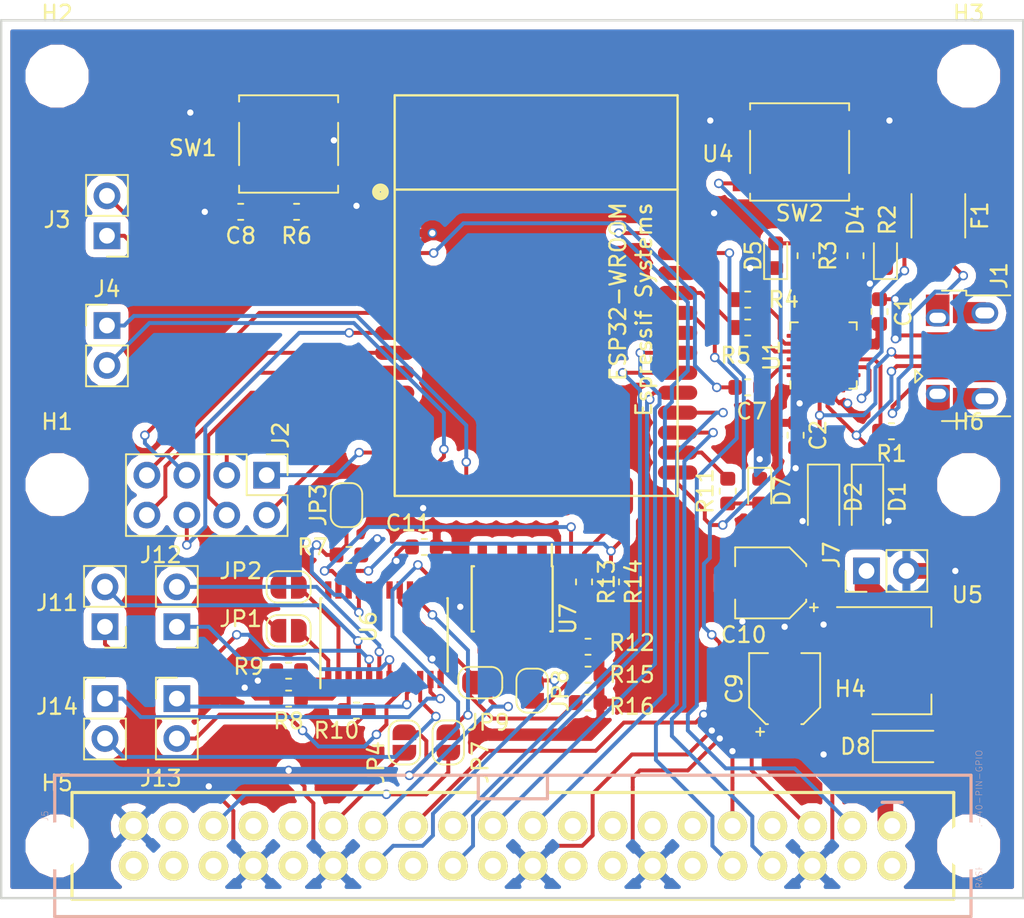
<source format=kicad_pcb>
(kicad_pcb (version 20171130) (host pcbnew 5.0.1+dfsg1-3~bpo9+1)
  (layers (0 F.Cu signal) (31 B.Cu signal) (34 B.Paste user) (35 F.Paste user) (36 B.SilkS user) (37 F.SilkS user) (38 B.Mask user) (39 F.Mask user) (44 Edge.Cuts user))
  (net 0 "")
  (net 1 +3V3)
  (net 2 GND)
  (net 3 +5V)
  (net 4 "Net-(C7-Pad2)")
  (net 5 /RESET)
  (net 6 "Net-(C8-Pad2)")
  (net 7 VCC)
  (net 8 "Net-(D1-Pad1)")
  (net 9 "Net-(D2-Pad1)")
  (net 10 "Net-(D4-Pad2)")
  (net 11 "Net-(D5-Pad2)")
  (net 12 "Net-(D7-Pad2)")
  (net 13 "Net-(F1-Pad1)")
  (net 14 "Net-(J1-Pad6)")
  (net 15 "Net-(J1-Pad4)")
  (net 16 "Net-(J2-Pad8)")
  (net 17 "Net-(J2-Pad7)")
  (net 18 "Net-(J2-Pad6)")
  (net 19 "Net-(J2-Pad5)")
  (net 20 "Net-(J2-Pad4)")
  (net 21 "Net-(J2-Pad3)")
  (net 22 "Net-(J2-Pad2)")
  (net 23 "Net-(J2-Pad1)")
  (net 24 "Net-(J3-Pad1)")
  (net 25 "Net-(J3-Pad2)")
  (net 26 "Net-(J5-Pad2)")
  (net 27 "Net-(J11-Pad1)")
  (net 28 "Net-(J11-Pad2)")
  (net 29 "Net-(J12-Pad2)")
  (net 30 "Net-(J12-Pad1)")
  (net 31 "Net-(J13-Pad1)")
  (net 32 "Net-(J13-Pad2)")
  (net 33 "Net-(J14-Pad2)")
  (net 34 "Net-(J14-Pad1)")
  (net 35 "Net-(JP1-Pad1)")
  (net 36 "Net-(JP2-Pad1)")
  (net 37 "Net-(JP3-Pad1)")
  (net 38 "Net-(R1-Pad2)")
  (net 39 "Net-(R2-Pad2)")
  (net 40 "Net-(R3-Pad2)")
  (net 41 "Net-(R4-Pad2)")
  (net 42 /txd0)
  (net 43 /rxd0)
  (net 44 "Net-(R5-Pad2)")
  (net 45 "Net-(R10-Pad1)")
  (net 46 "Net-(R11-Pad2)")
  (net 47 "Net-(SW2-Pad1)")
  (net 48 "Net-(U1-Pad1)")
  (net 49 "Net-(U1-Pad10)")
  (net 50 "Net-(U1-Pad11)")
  (net 51 "Net-(U1-Pad12)")
  (net 52 "Net-(U1-Pad15)")
  (net 53 "Net-(U1-Pad16)")
  (net 54 "Net-(U1-Pad17)")
  (net 55 "Net-(U1-Pad18)")
  (net 56 "Net-(U1-Pad19)")
  (net 57 "Net-(U1-Pad22)")
  (net 58 "Net-(U1-Pad24)")
  (net 59 "Net-(U4-Pad32)")
  (net 60 "Net-(U4-Pad22)")
  (net 61 "Net-(U4-Pad21)")
  (net 62 "Net-(U4-Pad20)")
  (net 63 "Net-(U4-Pad19)")
  (net 64 "Net-(D8-Pad1)")
  (net 65 /sda0)
  (net 66 "Net-(J5-Pad4)")
  (net 67 /scl0)
  (net 68 "Net-(J5-Pad7)")
  (net 69 /rx)
  (net 70 /tx)
  (net 71 "Net-(J5-Pad11)")
  (net 72 "Net-(J5-Pad12)")
  (net 73 "Net-(J5-Pad13)")
  (net 74 "Net-(J5-Pad15)")
  (net 75 "Net-(J5-Pad16)")
  (net 76 "Net-(J5-Pad18)")
  (net 77 /mosi)
  (net 78 /miso)
  (net 79 "Net-(J5-Pad22)")
  (net 80 /clk)
  (net 81 /cs)
  (net 82 "Net-(J5-Pad26)")
  (net 83 "Net-(J5-Pad29)")
  (net 84 "Net-(J5-Pad31)")
  (net 85 "Net-(J5-Pad32)")
  (net 86 "Net-(J5-Pad33)")
  (net 87 "Net-(J5-Pad35)")
  (net 88 "Net-(J5-Pad36)")
  (net 89 "Net-(J5-Pad37)")
  (net 90 "Net-(J5-Pad38)")
  (net 91 "Net-(J5-Pad40)")
  (net 92 "Net-(U4-Pad18)")
  (net 93 "Net-(U4-Pad17)")
  (net 94 /id_sda)
  (net 95 /id_clk)
  (net 96 "Net-(R12-Pad2)")
  (net 97 "Net-(JP4-Pad2)")
  (net 98 "Net-(JP7-Pad2)")
  (net 99 "Net-(JP9-Pad2)")
  (net 100 "Net-(JP8-Pad2)")
  (net 101 "Net-(U6-Pad19)")
  (net 102 "Net-(U6-Pad20)")
  (net 103 "Net-(J4-Pad1)")
  (net 104 "Net-(J4-Pad2)")
  (net 105 "Net-(R14-Pad1)")
  (net 106 "Net-(R13-Pad1)")
  (net 107 "Net-(U6-Pad13)")
  (net 108 "Net-(U6-Pad16)")
  (module SparkFun-Boards:2X20-SHROUDED (layer F.Cu) (at 189.02 130.28 270)
    (fp_text reference J5 (at -1.905 29.7688 270) (layer B.SilkS) (effects (font (size 0.4064 0.4064) (thickness 0.0254))))
    (fp_text value RASPBERRYPI-40-PIN-GPIO (at -1.7018 -29.6672 270) (layer B.SilkS) (effects (font (size 0.4064 0.4064) (thickness 0.0254))))
    (pad 1 thru_hole circle (at -1.27 -24.13 270) (size 1.8796 3.7592) (drill 1.016) (layers F&B.Cu F.Paste F.SilkS F.Mask) (net 64 "Net-(D8-Pad1)"))
    (pad 2 thru_hole circle (at 1.27 -24.13 270) (size 1.8796 3.7592) (drill 1.016) (layers F&B.Cu F.Paste F.SilkS F.Mask) (net 26 "Net-(J5-Pad2)"))
    (pad 3 thru_hole circle (at -1.27 -21.59 270) (size 1.8796 3.7592) (drill 1.016) (layers F&B.Cu F.Paste F.SilkS F.Mask) (net 65 /sda0))
    (pad 4 thru_hole circle (at 1.27 -21.59 270) (size 1.8796 3.7592) (drill 1.016) (layers F&B.Cu F.Paste F.SilkS F.Mask) (net 66 "Net-(J5-Pad4)"))
    (pad 5 thru_hole circle (at -1.27 -19.05 270) (size 1.8796 3.7592) (drill 1.016) (layers F&B.Cu F.Paste F.SilkS F.Mask) (net 67 /scl0))
    (pad 6 thru_hole circle (at 1.27 -19.05 270) (size 1.8796 3.7592) (drill 1.016) (layers F&B.Cu F.Paste F.SilkS F.Mask) (net 2 GND))
    (pad 7 thru_hole circle (at -1.27 -16.51 270) (size 1.8796 3.7592) (drill 1.016) (layers F&B.Cu F.Paste F.SilkS F.Mask) (net 68 "Net-(J5-Pad7)"))
    (pad 8 thru_hole circle (at 1.27 -16.51 270) (size 1.8796 3.7592) (drill 1.016) (layers F&B.Cu F.Paste F.SilkS F.Mask) (net 69 /rx))
    (pad 9 thru_hole circle (at -1.27 -13.97 270) (size 1.8796 3.7592) (drill 1.016) (layers F&B.Cu F.Paste F.SilkS F.Mask) (net 2 GND))
    (pad 10 thru_hole circle (at 1.27 -13.97 270) (size 1.8796 3.7592) (drill 1.016) (layers F&B.Cu F.Paste F.SilkS F.Mask) (net 70 /tx))
    (pad 11 thru_hole circle (at -1.27 -11.43 270) (size 1.8796 3.7592) (drill 1.016) (layers F&B.Cu F.Paste F.SilkS F.Mask) (net 71 "Net-(J5-Pad11)"))
    (pad 12 thru_hole circle (at 1.27 -11.43 270) (size 1.8796 3.7592) (drill 1.016) (layers F&B.Cu F.Paste F.SilkS F.Mask) (net 72 "Net-(J5-Pad12)"))
    (pad 13 thru_hole circle (at -1.27 -8.89 270) (size 1.8796 3.7592) (drill 1.016) (layers F&B.Cu F.Paste F.SilkS F.Mask) (net 73 "Net-(J5-Pad13)"))
    (pad 14 thru_hole circle (at 1.27 -8.89 270) (size 1.8796 3.7592) (drill 1.016) (layers F&B.Cu F.Paste F.SilkS F.Mask) (net 2 GND))
    (pad 15 thru_hole circle (at -1.27 -6.35 270) (size 1.8796 3.7592) (drill 1.016) (layers F&B.Cu F.Paste F.SilkS F.Mask) (net 74 "Net-(J5-Pad15)"))
    (pad 16 thru_hole circle (at 1.27 -6.35 270) (size 1.8796 3.7592) (drill 1.016) (layers F&B.Cu F.Paste F.SilkS F.Mask) (net 75 "Net-(J5-Pad16)"))
    (pad 17 thru_hole circle (at -1.27 -3.81 270) (size 1.8796 3.7592) (drill 1.016) (layers F&B.Cu F.Paste F.SilkS F.Mask) (net 64 "Net-(D8-Pad1)"))
    (pad 18 thru_hole circle (at 1.27 -3.81 270) (size 1.8796 3.7592) (drill 1.016) (layers F&B.Cu F.Paste F.SilkS F.Mask) (net 76 "Net-(J5-Pad18)"))
    (pad 19 thru_hole circle (at -1.27 -1.27 270) (size 1.8796 3.7592) (drill 1.016) (layers F&B.Cu F.Paste F.SilkS F.Mask) (net 77 /mosi))
    (pad 20 thru_hole circle (at 1.27 -1.27 270) (size 1.8796 3.7592) (drill 1.016) (layers F&B.Cu F.Paste F.SilkS F.Mask) (net 2 GND))
    (pad 21 thru_hole circle (at -1.27 1.27 270) (size 1.8796 3.7592) (drill 1.016) (layers F&B.Cu F.Paste F.SilkS F.Mask) (net 78 /miso))
    (pad 22 thru_hole circle (at 1.27 1.27 270) (size 1.8796 3.7592) (drill 1.016) (layers F&B.Cu F.Paste F.SilkS F.Mask) (net 79 "Net-(J5-Pad22)"))
    (pad 23 thru_hole circle (at -1.27 3.81 270) (size 1.8796 3.7592) (drill 1.016) (layers F&B.Cu F.Paste F.SilkS F.Mask) (net 80 /clk))
    (pad 24 thru_hole circle (at 1.27 3.81 270) (size 1.8796 3.7592) (drill 1.016) (layers F&B.Cu F.Paste F.SilkS F.Mask) (net 81 /cs))
    (pad 25 thru_hole circle (at -1.27 6.35 270) (size 1.8796 3.7592) (drill 1.016) (layers F&B.Cu F.Paste F.SilkS F.Mask) (net 2 GND))
    (pad 26 thru_hole circle (at 1.27 6.35 270) (size 1.8796 3.7592) (drill 1.016) (layers F&B.Cu F.Paste F.SilkS F.Mask) (net 82 "Net-(J5-Pad26)"))
    (pad 27 thru_hole circle (at -1.27 8.89 270) (size 1.8796 3.7592) (drill 1.016) (layers F&B.Cu F.Paste F.SilkS F.Mask) (net 94 /id_sda))
    (pad 28 thru_hole circle (at 1.27 8.89 270) (size 1.8796 3.7592) (drill 1.016) (layers F&B.Cu F.Paste F.SilkS F.Mask) (net 95 /id_clk))
    (pad 29 thru_hole circle (at -1.27 11.43 270) (size 1.8796 3.7592) (drill 1.016) (layers F&B.Cu F.Paste F.SilkS F.Mask) (net 83 "Net-(J5-Pad29)"))
    (pad 30 thru_hole circle (at 1.27 11.43 270) (size 1.8796 3.7592) (drill 1.016) (layers F&B.Cu F.Paste F.SilkS F.Mask) (net 2 GND))
    (pad 31 thru_hole circle (at -1.27 13.97 270) (size 1.8796 3.7592) (drill 1.016) (layers F&B.Cu F.Paste F.SilkS F.Mask) (net 84 "Net-(J5-Pad31)"))
    (pad 32 thru_hole circle (at 1.27 13.97 270) (size 1.8796 3.7592) (drill 1.016) (layers F&B.Cu F.Paste F.SilkS F.Mask) (net 85 "Net-(J5-Pad32)"))
    (pad 33 thru_hole circle (at -1.27 16.51 270) (size 1.8796 3.7592) (drill 1.016) (layers F&B.Cu F.Paste F.SilkS F.Mask) (net 86 "Net-(J5-Pad33)"))
    (pad 34 thru_hole circle (at 1.27 16.51 270) (size 1.8796 3.7592) (drill 1.016) (layers F&B.Cu F.Paste F.SilkS F.Mask) (net 2 GND))
    (pad 35 thru_hole circle (at -1.27 19.05 270) (size 1.8796 3.7592) (drill 1.016) (layers F&B.Cu F.Paste F.SilkS F.Mask) (net 87 "Net-(J5-Pad35)"))
    (pad 36 thru_hole circle (at 1.27 19.05 270) (size 1.8796 3.7592) (drill 1.016) (layers F&B.Cu F.Paste F.SilkS F.Mask) (net 88 "Net-(J5-Pad36)"))
    (pad 37 thru_hole circle (at -1.27 21.59 270) (size 1.8796 3.7592) (drill 1.016) (layers F&B.Cu F.Paste F.SilkS F.Mask) (net 89 "Net-(J5-Pad37)"))
    (pad 38 thru_hole circle (at 1.27 21.59 270) (size 1.8796 3.7592) (drill 1.016) (layers F&B.Cu F.Paste F.SilkS F.Mask) (net 90 "Net-(J5-Pad38)"))
    (pad 39 thru_hole circle (at -1.27 24.13 270) (size 1.8796 3.7592) (drill 1.016) (layers F&B.Cu F.Paste F.SilkS F.Mask) (net 2 GND))
    (pad 40 thru_hole circle (at 1.27 24.13 270) (size 1.8796 3.7592) (drill 1.016) (layers F&B.Cu F.Paste F.SilkS F.Mask) (net 91 "Net-(J5-Pad40)"))
  )
  (module ESP32-footprints-Lib:ESP32-WROOM (layer F.Cu) (at 190.5 95.25 180)
    (fp_text reference U4 (at -11.557 9.017 180) (layer F.SilkS))
    (fp_text value ESP32-WROOM)
    (fp_text user "Espressif Systems" (at -6.858 -0.889 270) (layer F.SilkS))
    (fp_text user ESP32-WROOM (at -5.207 0.254 270) (layer F.SilkS))
    (pad 38 smd oval (at -9 5.25 180) (size 2.5 0.9) (layers F.Cu F.Paste F.Mask) (net 2 GND))
    (pad 37 smd oval (at -9 3.98 180) (size 2.5 0.9) (layers F.Cu F.Paste F.Mask) (net 77 /mosi))
    (pad 36 smd oval (at -9 2.71 180) (size 2.5 0.9) (layers F.Cu F.Paste F.Mask) (net 67 /scl0))
    (pad 35 smd oval (at -9 1.44 180) (size 2.5 0.9) (layers F.Cu F.Paste F.Mask) (net 42 /txd0))
    (pad 34 smd oval (at -9 0.17 180) (size 2.5 0.9) (layers F.Cu F.Paste F.Mask) (net 43 /rxd0))
    (pad 33 smd oval (at -9 -1.1 180) (size 2.5 0.9) (layers F.Cu F.Paste F.Mask) (net 65 /sda0))
    (pad 32 smd oval (at -9 -2.37 180) (size 2.5 0.9) (layers F.Cu F.Paste F.Mask) (net 59 "Net-(U4-Pad32)"))
    (pad 31 smd oval (at -9 -3.64 180) (size 2.5 0.9) (layers F.Cu F.Paste F.Mask) (net 78 /miso))
    (pad 30 smd oval (at -9 -4.91 180) (size 2.5 0.9) (layers F.Cu F.Paste F.Mask) (net 80 /clk))
    (pad 29 smd oval (at -9 -6.18 180) (size 2.5 0.9) (layers F.Cu F.Paste F.Mask) (net 81 /cs))
    (pad 28 smd oval (at -9 -7.45 180) (size 2.5 0.9) (layers F.Cu F.Paste F.Mask) (net 70 /tx))
    (pad 27 smd oval (at -9 -8.72 180) (size 2.5 0.9) (layers F.Cu F.Paste F.Mask) (net 69 /rx))
    (pad 26 smd oval (at -9 -9.99 180) (size 2.5 0.9) (layers F.Cu F.Paste F.Mask) (net 46 "Net-(R11-Pad2)"))
    (pad 25 smd oval (at -9 -11.26 180) (size 2.5 0.9) (layers F.Cu F.Paste F.Mask) (net 47 "Net-(SW2-Pad1)"))
    (pad 24 smd oval (at -5.715 -12.75 180) (size 0.9 2.5) (layers F.Cu F.Paste F.Mask) (net 105 "Net-(R14-Pad1)"))
    (pad 23 smd oval (at -4.445 -12.75 180) (size 0.9 2.5) (layers F.Cu F.Paste F.Mask) (net 106 "Net-(R13-Pad1)"))
    (pad 22 smd oval (at -3.175 -12.75 180) (size 0.9 2.5) (layers F.Cu F.Paste F.Mask) (net 60 "Net-(U4-Pad22)"))
    (pad 21 smd oval (at -1.905 -12.75 180) (size 0.9 2.5) (layers F.Cu F.Paste F.Mask) (net 61 "Net-(U4-Pad21)"))
    (pad 20 smd oval (at -0.635 -12.75 180) (size 0.9 2.5) (layers F.Cu F.Paste F.Mask) (net 62 "Net-(U4-Pad20)"))
    (pad 19 smd oval (at 0.635 -12.75 180) (size 0.9 2.5) (layers F.Cu F.Paste F.Mask) (net 63 "Net-(U4-Pad19)"))
    (pad 18 smd oval (at 1.905 -12.75 180) (size 0.9 2.5) (layers F.Cu F.Paste F.Mask) (net 92 "Net-(U4-Pad18)"))
    (pad 17 smd oval (at 3.175 -12.75 180) (size 0.9 2.5) (layers F.Cu F.Paste F.Mask) (net 93 "Net-(U4-Pad17)"))
    (pad 16 smd oval (at 4.445 -12.75 180) (size 0.9 2.5) (layers F.Cu F.Paste F.Mask) (net 103 "Net-(J4-Pad1)"))
    (pad 15 smd oval (at 5.715 -12.75 180) (size 0.9 2.5) (layers F.Cu F.Paste F.Mask) (net 2 GND))
    (pad 14 smd oval (at 9 -11.26 180) (size 2.5 0.9) (layers F.Cu F.Paste F.Mask) (net 104 "Net-(J4-Pad2)"))
    (pad 13 smd oval (at 9 -9.99 180) (size 2.5 0.9) (layers F.Cu F.Paste F.Mask) (net 23 "Net-(J2-Pad1)"))
    (pad 12 smd oval (at 9 -8.72 180) (size 2.5 0.9) (layers F.Cu F.Paste F.Mask) (net 22 "Net-(J2-Pad2)"))
    (pad 11 smd oval (at 9 -7.45 180) (size 2.5 0.9) (layers F.Cu F.Paste F.Mask) (net 21 "Net-(J2-Pad3)"))
    (pad 10 smd oval (at 9 -6.18 180) (size 2.5 0.9) (layers F.Cu F.Paste F.Mask) (net 20 "Net-(J2-Pad4)"))
    (pad 9 smd oval (at 9 -4.91 180) (size 2.5 0.9) (layers F.Cu F.Paste F.Mask) (net 16 "Net-(J2-Pad8)"))
    (pad 8 smd oval (at 9 -3.64 180) (size 2.5 0.9) (layers F.Cu F.Paste F.Mask) (net 17 "Net-(J2-Pad7)"))
    (pad 7 smd oval (at 9 -2.37 180) (size 2.5 0.9) (layers F.Cu F.Paste F.Mask) (net 18 "Net-(J2-Pad6)"))
    (pad 6 smd oval (at 9 -1.1 180) (size 2.5 0.9) (layers F.Cu F.Paste F.Mask) (net 19 "Net-(J2-Pad5)"))
    (pad 5 smd oval (at 9 0.17 180) (size 2.5 0.9) (layers F.Cu F.Paste F.Mask) (net 24 "Net-(J3-Pad1)"))
    (pad 4 smd oval (at 9 1.44 180) (size 2.5 0.9) (layers F.Cu F.Paste F.Mask) (net 25 "Net-(J3-Pad2)"))
    (pad 3 smd oval (at 9 2.71 180) (size 2.5 0.9) (layers F.Cu F.Paste F.Mask) (net 5 /RESET))
    (pad 2 smd oval (at 9 3.98 180) (size 2.5 0.9) (layers F.Cu F.Paste F.Mask) (net 1 +3V3))
    (pad 1 smd oval (at 9 5.25 180) (size 2.5 0.9) (layers F.Cu F.Paste F.Mask) (net 2 GND))
    (pad 39 smd rect (at 0.3 -2.45 180) (size 6 6) (layers F.Cu F.Paste F.Mask) (net 2 GND))
  )
  (module Resistor_SMD:R_0603_1608Metric (layer F.Cu) (at 193.548 113.4745 270)
    (fp_text reference R13 (at 0 -1.43 270) (layer F.SilkS))
    (fp_text value R_Small)
    (pad 2 smd roundrect (at 0.7875 0 270) (size 0.875 0.95) (layers F.Cu F.Paste F.Mask) (net 1 +3V3))
    (pad 1 smd roundrect (at -0.7875 0 270) (size 0.875 0.95) (layers F.Cu F.Paste F.Mask) (net 106 "Net-(R13-Pad1)"))
  )
  (module Resistor_SMD:R_0603_1608Metric (layer F.Cu) (at 195.2625 113.4745 270)
    (fp_text reference R14 (at 0 -1.43 270) (layer F.SilkS))
    (fp_text value R_Small)
    (pad 1 smd roundrect (at -0.7875 0 270) (size 0.875 0.95) (layers F.Cu F.Paste F.Mask) (net 105 "Net-(R14-Pad1)"))
    (pad 2 smd roundrect (at 0.7875 0 270) (size 0.875 0.95) (layers F.Cu F.Paste F.Mask) (net 1 +3V3))
  )
  (module Resistor_SMD:R_0603_1608Metric (layer F.Cu) (at 193.802 119.38 180)
    (fp_text reference R15 (at -2.794 0 180) (layer F.SilkS))
    (fp_text value R_Small)
    (pad 2 smd roundrect (at 0.7875 0 180) (size 0.875 0.95) (layers F.Cu F.Paste F.Mask) (net 100 "Net-(JP8-Pad2)"))
    (pad 1 smd roundrect (at -0.7875 0 180) (size 0.875 0.95) (layers F.Cu F.Paste F.Mask) (net 1 +3V3))
  )
  (module Resistor_SMD:R_0603_1608Metric (layer F.Cu) (at 193.802 121.158 180)
    (fp_text reference R16 (at -2.794 -0.254 180) (layer F.SilkS))
    (fp_text value R_Small)
    (pad 1 smd roundrect (at -0.7875 0 180) (size 0.875 0.95) (layers F.Cu F.Paste F.Mask) (net 1 +3V3))
    (pad 2 smd roundrect (at 0.7875 0 180) (size 0.875 0.95) (layers F.Cu F.Paste F.Mask) (net 99 "Net-(JP9-Pad2)"))
  )
  (module Connector_PinHeader_2.54mm:PinHeader_1x02_P2.54mm_Vertical (layer F.Cu) (at 167.64 120.904)
    (fp_text reference J13 (at -1.016 5.08) (layer F.SilkS))
    (fp_text value Conn_01x02)
    (pad 2 thru_hole oval (at 0 2.54) (size 1.7 1.7) (drill 1) (layers *.Cu *.Mask) (net 32 "Net-(J13-Pad2)"))
    (pad 1 thru_hole rect (at 0 0) (size 1.7 1.7) (drill 1) (layers *.Cu *.Mask) (net 31 "Net-(J13-Pad1)"))
  )
  (module Connector_PinHeader_2.54mm:PinHeader_1x02_P2.54mm_Vertical (layer F.Cu) (at 163.195 97.155)
    (fp_text reference J4 (at 0 -2.33) (layer F.SilkS))
    (fp_text value Conn_01x02)
    (pad 1 thru_hole rect (at 0 0) (size 1.7 1.7) (drill 1) (layers *.Cu *.Mask) (net 103 "Net-(J4-Pad1)"))
    (pad 2 thru_hole oval (at 0 2.54) (size 1.7 1.7) (drill 1) (layers *.Cu *.Mask) (net 104 "Net-(J4-Pad2)"))
  )
  (module Jumper:SolderJumper-2_P1.3mm_Open_RoundedPad1.0x1.5mm (layer F.Cu) (at 190.246 120.396 270)
    (fp_text reference JP8 (at 0 -1.8 270) (layer F.SilkS))
    (fp_text value SolderJumper_2_Open)
    (pad 2 smd custom (at 0.65 0 270) (size 1 0.5) (layers F.Cu F.Mask) (net 100 "Net-(JP8-Pad2)") (options (clearance outline) (anchor rect)) (primitives (gr_circle (center 0 0.25) (end 0.5 0.25) (width 0)) (gr_circle (center 0 -0.25) (end 0.5 -0.25) (width 0)) (gr_poly (pts (xy 0 -0.75) (xy -0.5 -0.75) (xy -0.5 0.75) (xy 0 0.75)) (width 0))))
    (pad 1 smd custom (at -0.65 0 270) (size 1 0.5) (layers F.Cu F.Mask) (net 95 /id_clk) (options (clearance outline) (anchor rect)) (primitives (gr_circle (center 0 0.25) (end 0.5 0.25) (width 0)) (gr_circle (center 0 -0.25) (end 0.5 -0.25) (width 0)) (gr_poly (pts (xy 0 -0.75) (xy 0.5 -0.75) (xy 0.5 0.75) (xy 0 0.75)) (width 0))))
  )
  (module Jumper:SolderJumper-2_P1.3mm_Open_RoundedPad1.0x1.5mm (layer F.Cu) (at 186.944 119.888 180)
    (fp_text reference JP9 (at -0.508 -2.54 180) (layer F.SilkS))
    (fp_text value SolderJumper_2_Open)
    (pad 1 smd custom (at -0.65 0 180) (size 1 0.5) (layers F.Cu F.Mask) (net 94 /id_sda) (options (clearance outline) (anchor rect)) (primitives (gr_circle (center 0 0.25) (end 0.5 0.25) (width 0)) (gr_circle (center 0 -0.25) (end 0.5 -0.25) (width 0)) (gr_poly (pts (xy 0 -0.75) (xy 0.5 -0.75) (xy 0.5 0.75) (xy 0 0.75)) (width 0))))
    (pad 2 smd custom (at 0.65 0 180) (size 1 0.5) (layers F.Cu F.Mask) (net 99 "Net-(JP9-Pad2)") (options (clearance outline) (anchor rect)) (primitives (gr_circle (center 0 0.25) (end 0.5 0.25) (width 0)) (gr_circle (center 0 -0.25) (end 0.5 -0.25) (width 0)) (gr_poly (pts (xy 0 -0.75) (xy -0.5 -0.75) (xy -0.5 0.75) (xy 0 0.75)) (width 0))))
  )
  (module Jumper:SolderJumper-2_P1.3mm_Open_RoundedPad1.0x1.5mm (layer F.Cu) (at 184.912 123.698 90)
    (fp_text reference JP7 (at -1.27 2.032 90) (layer F.SilkS))
    (fp_text value SolderJumper_2_Open)
    (pad 2 smd custom (at 0.65 0 90) (size 1 0.5) (layers F.Cu F.Mask) (net 98 "Net-(JP7-Pad2)") (options (clearance outline) (anchor rect)) (primitives (gr_circle (center 0 0.25) (end 0.5 0.25) (width 0)) (gr_circle (center 0 -0.25) (end 0.5 -0.25) (width 0)) (gr_poly (pts (xy 0 -0.75) (xy -0.5 -0.75) (xy -0.5 0.75) (xy 0 0.75)) (width 0))))
    (pad 1 smd custom (at -0.65 0 90) (size 1 0.5) (layers F.Cu F.Mask) (net 87 "Net-(J5-Pad35)") (options (clearance outline) (anchor rect)) (primitives (gr_circle (center 0 0.25) (end 0.5 0.25) (width 0)) (gr_circle (center 0 -0.25) (end 0.5 -0.25) (width 0)) (gr_poly (pts (xy 0 -0.75) (xy 0.5 -0.75) (xy 0.5 0.75) (xy 0 0.75)) (width 0))))
  )
  (module Jumper:SolderJumper-2_P1.3mm_Open_RoundedPad1.0x1.5mm (layer F.Cu) (at 182.118 123.698 90)
    (fp_text reference JP4 (at -1.27 -1.8 90) (layer F.SilkS))
    (fp_text value SolderJumper_2_Open)
    (pad 1 smd custom (at -0.65 0 90) (size 1 0.5) (layers F.Cu F.Mask) (net 83 "Net-(J5-Pad29)") (options (clearance outline) (anchor rect)) (primitives (gr_circle (center 0 0.25) (end 0.5 0.25) (width 0)) (gr_circle (center 0 -0.25) (end 0.5 -0.25) (width 0)) (gr_poly (pts (xy 0 -0.75) (xy 0.5 -0.75) (xy 0.5 0.75) (xy 0 0.75)) (width 0))))
    (pad 2 smd custom (at 0.65 0 90) (size 1 0.5) (layers F.Cu F.Mask) (net 97 "Net-(JP4-Pad2)") (options (clearance outline) (anchor rect)) (primitives (gr_circle (center 0 0.25) (end 0.5 0.25) (width 0)) (gr_circle (center 0 -0.25) (end 0.5 -0.25) (width 0)) (gr_poly (pts (xy 0 -0.75) (xy -0.5 -0.75) (xy -0.5 0.75) (xy 0 0.75)) (width 0))))
  )
  (module Package_SO:SOIC-8-1EP_3.9x4.9mm_P1.27mm_EP2.35x2.35mm (layer F.Cu) (at 188.976 114.554 270)
    (fp_text reference U7 (at 1.27 -3.556 270) (layer F.SilkS))
    (fp_text value CAT24C256)
    (pad 1 smd rect (at -2.7 -1.905 270) (size 1.55 0.6) (layers F.Cu F.Paste F.Mask) (net 2 GND))
    (pad 2 smd rect (at -2.7 -0.635 270) (size 1.55 0.6) (layers F.Cu F.Paste F.Mask) (net 2 GND))
    (pad 3 smd rect (at -2.7 0.635 270) (size 1.55 0.6) (layers F.Cu F.Paste F.Mask) (net 2 GND))
    (pad 4 smd rect (at -2.7 1.905 270) (size 1.55 0.6) (layers F.Cu F.Paste F.Mask) (net 2 GND))
    (pad 5 smd rect (at 2.7 1.905 270) (size 1.55 0.6) (layers F.Cu F.Paste F.Mask) (net 94 /id_sda))
    (pad 6 smd rect (at 2.7 0.635 270) (size 1.55 0.6) (layers F.Cu F.Paste F.Mask) (net 95 /id_clk))
    (pad 7 smd rect (at 2.7 -0.635 270) (size 1.55 0.6) (layers F.Cu F.Paste F.Mask) (net 96 "Net-(R12-Pad2)"))
    (pad 8 smd rect (at 2.7 -1.905 270) (size 1.55 0.6) (layers F.Cu F.Paste F.Mask) (net 1 +3V3))
    (pad 9 smd rect (at 0 0 270) (size 2.35 2.35) (layers F.Cu F.Mask))
  )
  (module Resistor_SMD:R_0603_1608Metric (layer F.Cu) (at 193.802 117.602 180)
    (fp_text reference R12 (at -2.794 0.254 180) (layer F.SilkS))
    (fp_text value R_Small)
    (pad 1 smd roundrect (at -0.7875 0 180) (size 0.875 0.95) (layers F.Cu F.Paste F.Mask) (net 1 +3V3))
    (pad 2 smd roundrect (at 0.7875 0 180) (size 0.875 0.95) (layers F.Cu F.Paste F.Mask) (net 96 "Net-(R12-Pad2)"))
  )
  (module Diode_SMD:D_SOD-123F (layer F.Cu) (at 214.122 123.952)
    (fp_text reference D8 (at -3.302 0) (layer F.SilkS))
    (fp_text value D)
    (pad 1 smd rect (at -1.4 0) (size 1.1 1.1) (layers F.Cu F.Paste F.Mask) (net 64 "Net-(D8-Pad1)"))
    (pad 2 smd rect (at 1.4 0) (size 1.1 1.1) (layers F.Cu F.Paste F.Mask) (net 1 +3V3))
  )
  (module MountingHole:MountingHole_3mm (layer F.Cu) (at 160.02 107.28)
    (fp_text reference H1 (at 0 -4) (layer F.SilkS))
    (fp_text value MountingHole)
    (pad 1 np_thru_hole circle (at 0 0) (size 3 3) (drill 3) (layers *.Cu *.Mask))
  )
  (module MountingHole:MountingHole_3mm (layer F.Cu) (at 218.02 107.28)
    (fp_text reference H6 (at 0 -4) (layer F.SilkS))
    (fp_text value MountingHole)
    (pad 1 np_thru_hole circle (at 0 0) (size 3 3) (drill 3) (layers *.Cu *.Mask))
  )
  (module MountingHole:MountingHole_3mm (layer F.Cu) (at 218.02 130.28)
    (fp_text reference H4 (at -7.532 -9.9955) (layer F.SilkS))
    (fp_text value MountingHole)
    (pad 1 np_thru_hole circle (at 0 0) (size 3 3) (drill 3) (layers *.Cu *.Mask))
  )
  (module MountingHole:MountingHole_3mm (layer F.Cu) (at 218.02 81.28)
    (fp_text reference H3 (at 0 -4) (layer F.SilkS))
    (fp_text value MountingHole)
    (pad 1 np_thru_hole circle (at 0 0) (size 3 3) (drill 3) (layers *.Cu *.Mask))
  )
  (module MountingHole:MountingHole_3mm (layer F.Cu) (at 160.02 81.28)
    (fp_text reference H2 (at 0 -4) (layer F.SilkS))
    (fp_text value MountingHole)
    (pad 1 np_thru_hole circle (at 0 0) (size 3 3) (drill 3) (layers *.Cu *.Mask))
  )
  (module MountingHole:MountingHole_3mm (layer F.Cu) (at 160.02 130.28)
    (fp_text reference H5 (at 0 -4) (layer F.SilkS))
    (fp_text value MountingHole)
    (pad 1 np_thru_hole circle (at 0 0) (size 3 3) (drill 3) (layers *.Cu *.Mask))
  )
  (module Diode_SMD:D_SOD-123F (layer F.Cu) (at 211.582 108.204 270)
    (fp_text reference D1 (at -0.127 -1.905 270) (layer F.SilkS))
    (fp_text value D_TVS)
    (pad 1 smd rect (at -1.4 0 270) (size 1.1 1.1) (layers F.Cu F.Paste F.Mask) (net 8 "Net-(D1-Pad1)"))
    (pad 2 smd rect (at 1.4 0 270) (size 1.1 1.1) (layers F.Cu F.Paste F.Mask) (net 2 GND))
  )
  (module LED_SMD:LED_0603_1608Metric (layer F.Cu) (at 204.724 107.696 270)
    (fp_text reference D7 (at 0 -1.43 270) (layer F.SilkS))
    (fp_text value LED)
    (pad 1 smd roundrect (at -0.7875 0 270) (size 0.875 0.95) (layers F.Cu F.Paste F.Mask) (net 2 GND))
    (pad 2 smd roundrect (at 0.7875 0 270) (size 0.875 0.95) (layers F.Cu F.Paste F.Mask) (net 12 "Net-(D7-Pad2)"))
  )
  (module Diode_SMD:D_SOD-123F (layer F.Cu) (at 208.788 108.204 270)
    (fp_text reference D2 (at -0.127 -1.905 270) (layer F.SilkS))
    (fp_text value D_TVS)
    (pad 1 smd rect (at -1.4 0 270) (size 1.1 1.1) (layers F.Cu F.Paste F.Mask) (net 9 "Net-(D2-Pad1)"))
    (pad 2 smd rect (at 1.4 0 270) (size 1.1 1.1) (layers F.Cu F.Paste F.Mask) (net 2 GND))
  )
  (module Capacitor_SMD:C_0603_1608Metric (layer F.Cu) (at 212.344 96.266 90)
    (fp_text reference C1 (at 0 1.524 90) (layer F.SilkS))
    (fp_text value "4.7uF 6.3V")
    (pad 2 smd roundrect (at 0.7875 0 90) (size 0.875 0.95) (layers F.Cu F.Paste F.Mask) (net 2 GND))
    (pad 1 smd roundrect (at -0.7875 0 90) (size 0.875 0.95) (layers F.Cu F.Paste F.Mask) (net 1 +3V3))
  )
  (module Capacitor_SMD:C_0603_1608Metric (layer F.Cu) (at 207.01 104.14 270)
    (fp_text reference C2 (at 0 -1.43 270) (layer F.SilkS))
    (fp_text value "0.01uF 16V")
    (pad 2 smd roundrect (at 0.7875 0 270) (size 0.875 0.95) (layers F.Cu F.Paste F.Mask) (net 2 GND))
    (pad 1 smd roundrect (at -0.7875 0 270) (size 0.875 0.95) (layers F.Cu F.Paste F.Mask) (net 1 +3V3))
  )
  (module Capacitor_SMD:C_0603_1608Metric (layer F.Cu) (at 203.962 101.092)
    (fp_text reference C7 (at 0.254 1.524) (layer F.SilkS))
    (fp_text value "0.01uF 16V")
    (pad 2 smd roundrect (at 0.7875 0) (size 0.875 0.95) (layers F.Cu F.Paste F.Mask) (net 4 "Net-(C7-Pad2)"))
    (pad 1 smd roundrect (at -0.7875 0) (size 0.875 0.95) (layers F.Cu F.Paste F.Mask) (net 5 /RESET))
  )
  (module Capacitor_SMD:C_0603_1608Metric (layer F.Cu) (at 171.704 89.916)
    (fp_text reference C8 (at 0 1.524) (layer F.SilkS))
    (fp_text value C0.1uf)
    (pad 1 smd roundrect (at -0.7875 0) (size 0.875 0.95) (layers F.Cu F.Paste F.Mask) (net 2 GND))
    (pad 2 smd roundrect (at 0.7875 0) (size 0.875 0.95) (layers F.Cu F.Paste F.Mask) (net 6 "Net-(C8-Pad2)"))
  )
  (module Capacitor_SMD:CP_Elec_4x5.3 (layer F.Cu) (at 206.3115 120.269 90)
    (fp_text reference C9 (at 0 -3.2 90) (layer F.SilkS))
    (fp_text value 10uf)
    (pad 1 smd roundrect (at -1.8 0 90) (size 2.6 1.6) (layers F.Cu F.Paste F.Mask) (roundrect_rratio 0.15625) (net 7 VCC))
    (pad 2 smd roundrect (at 1.8 0 90) (size 2.6 1.6) (layers F.Cu F.Paste F.Mask) (roundrect_rratio 0.15625) (net 2 GND))
  )
  (module Capacitor_SMD:CP_Elec_4x4.5 (layer F.Cu) (at 205.4225 113.538 180)
    (fp_text reference C10 (at 1.7145 -3.302 180) (layer F.SilkS))
    (fp_text value 10uf)
    (pad 1 smd roundrect (at -1.8 0 180) (size 2.6 1.6) (layers F.Cu F.Paste F.Mask) (roundrect_rratio 0.15625) (net 1 +3V3))
    (pad 2 smd roundrect (at 1.8 0 180) (size 2.6 1.6) (layers F.Cu F.Paste F.Mask) (roundrect_rratio 0.15625) (net 2 GND))
  )
  (module Capacitor_SMD:C_0603_1608Metric (layer F.Cu) (at 183.388 111.252 180)
    (fp_text reference C11 (at 1.016 1.524 180) (layer F.SilkS))
    (fp_text value C_Small)
    (pad 2 smd roundrect (at 0.7875 0 180) (size 0.875 0.95) (layers F.Cu F.Paste F.Mask) (net 2 GND))
    (pad 1 smd roundrect (at -0.7875 0 180) (size 0.875 0.95) (layers F.Cu F.Paste F.Mask) (net 1 +3V3))
  )
  (module LED_SMD:LED_0603_1608Metric (layer F.Cu) (at 212.725 92.71 90)
    (fp_text reference D4 (at 2.286 -1.905 90) (layer F.SilkS))
    (fp_text value LED)
    (pad 1 smd roundrect (at -0.7875 0 90) (size 0.875 0.95) (layers F.Cu F.Paste F.Mask) (net 2 GND))
    (pad 2 smd roundrect (at 0.7875 0 90) (size 0.875 0.95) (layers F.Cu F.Paste F.Mask) (net 10 "Net-(D4-Pad2)"))
  )
  (module LED_SMD:LED_0603_1608Metric (layer F.Cu) (at 205.74 92.71 90)
    (fp_text reference D5 (at 0 -1.43 90) (layer F.SilkS))
    (fp_text value LED)
    (pad 2 smd roundrect (at 0.7875 0 90) (size 0.875 0.95) (layers F.Cu F.Paste F.Mask) (net 11 "Net-(D5-Pad2)"))
    (pad 1 smd roundrect (at -0.7875 0 90) (size 0.875 0.95) (layers F.Cu F.Paste F.Mask) (net 2 GND))
  )
  (module Fuse:Fuse_1812_4532Metric_Pad1.30x3.40mm_HandSolder (layer F.Cu) (at 216.0905 90.17 270)
    (fp_text reference F1 (at 0 -2.65 270) (layer F.SilkS))
    (fp_text value mf-msmf050-2)
    (pad 1 smd roundrect (at -2.225 0 270) (size 1.3 3.4) (layers F.Cu F.Paste F.Mask) (roundrect_rratio 0.192308) (net 13 "Net-(F1-Pad1)"))
    (pad 2 smd roundrect (at 2.225 0 270) (size 1.3 3.4) (layers F.Cu F.Paste F.Mask) (roundrect_rratio 0.192308) (net 3 +5V))
  )
  (module Connector_USB:USB_Micro-B_Amphenol_10103594-0001LF_Horizontal (layer F.Cu) (at 217.932 99.06 90)
    (fp_text reference J1 (at 5.08 2.032 90) (layer F.SilkS))
    (fp_text value USB_B_Micro)
    (pad 6 smd rect (at 0.935 1.385 180) (size 2.5 1.43) (layers F.Cu F.Paste F.Mask) (net 14 "Net-(J1-Pad6)"))
    (pad 6 smd rect (at -0.985 1.385 180) (size 2.5 1.43) (layers F.Cu F.Paste F.Mask) (net 14 "Net-(J1-Pad6)"))
    (pad 6 thru_hole oval (at 2.705 1.115 180) (size 1.7 1.35) (drill oval 1.2 0.7) (layers *.Cu *.Mask) (net 14 "Net-(J1-Pad6)"))
    (pad 6 thru_hole oval (at -2.755 1.115 180) (size 1.7 1.35) (drill oval 1.2 0.7) (layers *.Cu *.Mask) (net 14 "Net-(J1-Pad6)"))
    (pad 6 thru_hole oval (at 2.395 -1.885 180) (size 1.5 1.1) (drill oval 1.05 0.65) (layers *.Cu *.Mask) (net 14 "Net-(J1-Pad6)"))
    (pad 6 thru_hole oval (at -2.445 -1.885 180) (size 1.5 1.1) (drill oval 1.05 0.65) (layers *.Cu *.Mask) (net 14 "Net-(J1-Pad6)"))
    (pad 5 smd rect (at 1.275 -1.765 180) (size 1.65 0.4) (layers F.Cu F.Paste F.Mask) (net 2 GND))
    (pad 4 smd rect (at 0.625 -1.765 180) (size 1.65 0.4) (layers F.Cu F.Paste F.Mask) (net 15 "Net-(J1-Pad4)"))
    (pad 3 smd rect (at -0.025 -1.765 180) (size 1.65 0.4) (layers F.Cu F.Paste F.Mask) (net 9 "Net-(D2-Pad1)"))
    (pad 2 smd rect (at -0.675 -1.765 180) (size 1.65 0.4) (layers F.Cu F.Paste F.Mask) (net 8 "Net-(D1-Pad1)"))
    (pad 1 smd rect (at -1.325 -1.765 180) (size 1.65 0.4) (layers F.Cu F.Paste F.Mask) (net 3 +5V))
    (pad 6 smd rect (at 2.875 -1.885 90) (size 2 1.5) (layers F.Cu F.Paste F.Mask) (net 14 "Net-(J1-Pad6)"))
    (pad 6 smd rect (at -2.875 -1.865 90) (size 2 1.5) (layers F.Cu F.Paste F.Mask) (net 14 "Net-(J1-Pad6)"))
    (pad 6 smd rect (at 2.975 -0.565 90) (size 1.825 0.7) (layers F.Cu F.Paste F.Mask) (net 14 "Net-(J1-Pad6)"))
    (pad 6 smd rect (at -2.975 -0.565 90) (size 1.825 0.7) (layers F.Cu F.Paste F.Mask) (net 14 "Net-(J1-Pad6)"))
    (pad 6 smd rect (at -2.755 0.185 90) (size 1.35 2) (layers F.Cu F.Paste F.Mask) (net 14 "Net-(J1-Pad6)"))
    (pad 6 smd rect (at 2.725 0.185 90) (size 1.35 2) (layers F.Cu F.Paste F.Mask) (net 14 "Net-(J1-Pad6)"))
  )
  (module Connector_PinHeader_2.54mm:PinHeader_2x04_P2.54mm_Vertical (layer F.Cu) (at 173.355 106.68 270)
    (fp_text reference J2 (at -2.54 -0.889 270) (layer F.SilkS))
    (fp_text value Conn_02x04_Counter_Clockwise)
    (pad 8 thru_hole oval (at 2.54 7.62 270) (size 1.7 1.7) (drill 1) (layers *.Cu *.Mask) (net 16 "Net-(J2-Pad8)"))
    (pad 7 thru_hole oval (at 0 7.62 270) (size 1.7 1.7) (drill 1) (layers *.Cu *.Mask) (net 17 "Net-(J2-Pad7)"))
    (pad 6 thru_hole oval (at 2.54 5.08 270) (size 1.7 1.7) (drill 1) (layers *.Cu *.Mask) (net 18 "Net-(J2-Pad6)"))
    (pad 5 thru_hole oval (at 0 5.08 270) (size 1.7 1.7) (drill 1) (layers *.Cu *.Mask) (net 19 "Net-(J2-Pad5)"))
    (pad 4 thru_hole oval (at 2.54 2.54 270) (size 1.7 1.7) (drill 1) (layers *.Cu *.Mask) (net 20 "Net-(J2-Pad4)"))
    (pad 3 thru_hole oval (at 0 2.54 270) (size 1.7 1.7) (drill 1) (layers *.Cu *.Mask) (net 21 "Net-(J2-Pad3)"))
    (pad 2 thru_hole oval (at 2.54 0 270) (size 1.7 1.7) (drill 1) (layers *.Cu *.Mask) (net 22 "Net-(J2-Pad2)"))
    (pad 1 thru_hole rect (at 0 0 270) (size 1.7 1.7) (drill 1) (layers *.Cu *.Mask) (net 23 "Net-(J2-Pad1)"))
  )
  (module Connector_PinHeader_2.54mm:PinHeader_1x02_P2.54mm_Vertical (layer F.Cu) (at 163.195 91.44 180)
    (fp_text reference J3 (at 3.175 1.016 180) (layer F.SilkS))
    (fp_text value Conn_01x02)
    (pad 2 thru_hole oval (at 0 2.54 180) (size 1.7 1.7) (drill 1) (layers *.Cu *.Mask) (net 25 "Net-(J3-Pad2)"))
    (pad 1 thru_hole rect (at 0 0 180) (size 1.7 1.7) (drill 1) (layers *.Cu *.Mask) (net 24 "Net-(J3-Pad1)"))
  )
  (module Connector_PinHeader_2.54mm:PinHeader_1x02_P2.54mm_Vertical (layer F.Cu) (at 211.5185 112.776 90)
    (fp_text reference J7 (at 1.016 -2.2225 90) (layer F.SilkS))
    (fp_text value Conn_01x02)
    (pad 1 thru_hole rect (at 0 0 90) (size 1.7 1.7) (drill 1) (layers *.Cu *.Mask) (net 7 VCC))
    (pad 2 thru_hole oval (at 0 2.54 90) (size 1.7 1.7) (drill 1) (layers *.Cu *.Mask) (net 2 GND))
  )
  (module Connector_PinHeader_2.54mm:PinHeader_1x02_P2.54mm_Vertical (layer F.Cu) (at 163.068 116.332 180)
    (fp_text reference J11 (at 3.048 1.524 180) (layer F.SilkS))
    (fp_text value Conn_01x02)
    (pad 1 thru_hole rect (at 0 0 180) (size 1.7 1.7) (drill 1) (layers *.Cu *.Mask) (net 27 "Net-(J11-Pad1)"))
    (pad 2 thru_hole oval (at 0 2.54 180) (size 1.7 1.7) (drill 1) (layers *.Cu *.Mask) (net 28 "Net-(J11-Pad2)"))
  )
  (module Connector_PinHeader_2.54mm:PinHeader_1x02_P2.54mm_Vertical (layer F.Cu) (at 167.64 116.332 180)
    (fp_text reference J12 (at 1.016 4.572 180) (layer F.SilkS))
    (fp_text value Conn_01x02)
    (pad 2 thru_hole oval (at 0 2.54 180) (size 1.7 1.7) (drill 1) (layers *.Cu *.Mask) (net 29 "Net-(J12-Pad2)"))
    (pad 1 thru_hole rect (at 0 0 180) (size 1.7 1.7) (drill 1) (layers *.Cu *.Mask) (net 30 "Net-(J12-Pad1)"))
  )
  (module Connector_PinHeader_2.54mm:PinHeader_1x02_P2.54mm_Vertical (layer F.Cu) (at 163.068 120.904)
    (fp_text reference J14 (at -3.048 0.508) (layer F.SilkS))
    (fp_text value Conn_01x02)
    (pad 1 thru_hole rect (at 0 0) (size 1.7 1.7) (drill 1) (layers *.Cu *.Mask) (net 34 "Net-(J14-Pad1)"))
    (pad 2 thru_hole oval (at 0 2.54) (size 1.7 1.7) (drill 1) (layers *.Cu *.Mask) (net 33 "Net-(J14-Pad2)"))
  )
  (module Jumper:SolderJumper-2_P1.3mm_Open_RoundedPad1.0x1.5mm (layer F.Cu) (at 174.752 116.586 180)
    (fp_text reference JP1 (at 3.048 0.762 180) (layer F.SilkS))
    (fp_text value SolderJumper_2_Open)
    (pad 2 smd custom (at 0.65 0 180) (size 1 0.5) (layers F.Cu F.Mask) (net 1 +3V3) (options (clearance outline) (anchor rect)) (primitives (gr_circle (center 0 0.25) (end 0.5 0.25) (width 0)) (gr_circle (center 0 -0.25) (end 0.5 -0.25) (width 0)) (gr_poly (pts (xy 0 -0.75) (xy -0.5 -0.75) (xy -0.5 0.75) (xy 0 0.75)) (width 0))))
    (pad 1 smd custom (at -0.65 0 180) (size 1 0.5) (layers F.Cu F.Mask) (net 35 "Net-(JP1-Pad1)") (options (clearance outline) (anchor rect)) (primitives (gr_circle (center 0 0.25) (end 0.5 0.25) (width 0)) (gr_circle (center 0 -0.25) (end 0.5 -0.25) (width 0)) (gr_poly (pts (xy 0 -0.75) (xy 0.5 -0.75) (xy 0.5 0.75) (xy 0 0.75)) (width 0))))
  )
  (module Jumper:SolderJumper-2_P1.3mm_Open_RoundedPad1.0x1.5mm (layer F.Cu) (at 174.752 113.792 180)
    (fp_text reference JP2 (at 3.048 1.016 180) (layer F.SilkS))
    (fp_text value SolderJumper_2_Open)
    (pad 2 smd custom (at 0.65 0 180) (size 1 0.5) (layers F.Cu F.Mask) (net 1 +3V3) (options (clearance outline) (anchor rect)) (primitives (gr_circle (center 0 0.25) (end 0.5 0.25) (width 0)) (gr_circle (center 0 -0.25) (end 0.5 -0.25) (width 0)) (gr_poly (pts (xy 0 -0.75) (xy -0.5 -0.75) (xy -0.5 0.75) (xy 0 0.75)) (width 0))))
    (pad 1 smd custom (at -0.65 0 180) (size 1 0.5) (layers F.Cu F.Mask) (net 36 "Net-(JP2-Pad1)") (options (clearance outline) (anchor rect)) (primitives (gr_circle (center 0 0.25) (end 0.5 0.25) (width 0)) (gr_circle (center 0 -0.25) (end 0.5 -0.25) (width 0)) (gr_poly (pts (xy 0 -0.75) (xy 0.5 -0.75) (xy 0.5 0.75) (xy 0 0.75)) (width 0))))
  )
  (module Jumper:SolderJumper-2_P1.3mm_Open_RoundedPad1.0x1.5mm (layer F.Cu) (at 178.435 108.585 90)
    (fp_text reference JP3 (at 0 -1.8 90) (layer F.SilkS))
    (fp_text value SolderJumper_2_Open)
    (pad 1 smd custom (at -0.65 0 90) (size 1 0.5) (layers F.Cu F.Mask) (net 37 "Net-(JP3-Pad1)") (options (clearance outline) (anchor rect)) (primitives (gr_circle (center 0 0.25) (end 0.5 0.25) (width 0)) (gr_circle (center 0 -0.25) (end 0.5 -0.25) (width 0)) (gr_poly (pts (xy 0 -0.75) (xy 0.5 -0.75) (xy 0.5 0.75) (xy 0 0.75)) (width 0))))
    (pad 2 smd custom (at 0.65 0 90) (size 1 0.5) (layers F.Cu F.Mask) (net 1 +3V3) (options (clearance outline) (anchor rect)) (primitives (gr_circle (center 0 0.25) (end 0.5 0.25) (width 0)) (gr_circle (center 0 -0.25) (end 0.5 -0.25) (width 0)) (gr_poly (pts (xy 0 -0.75) (xy -0.5 -0.75) (xy -0.5 0.75) (xy 0 0.75)) (width 0))))
  )
  (module Resistor_SMD:R_0603_1608Metric (layer F.Cu) (at 213.106 103.886 180)
    (fp_text reference R1 (at 0 -1.43 180) (layer F.SilkS))
    (fp_text value 1K)
    (pad 1 smd roundrect (at -0.7875 0 180) (size 0.875 0.95) (layers F.Cu F.Paste F.Mask) (net 1 +3V3))
    (pad 2 smd roundrect (at 0.7875 0 180) (size 0.875 0.95) (layers F.Cu F.Paste F.Mask) (net 38 "Net-(R1-Pad2)"))
  )
  (module Resistor_SMD:R_0603_1608Metric (layer F.Cu) (at 210.82 92.71 270)
    (fp_text reference R2 (at -2.286 -2.032 270) (layer F.SilkS))
    (fp_text value 65)
    (pad 2 smd roundrect (at 0.7875 0 270) (size 0.875 0.95) (layers F.Cu F.Paste F.Mask) (net 39 "Net-(R2-Pad2)"))
    (pad 1 smd roundrect (at -0.7875 0 270) (size 0.875 0.95) (layers F.Cu F.Paste F.Mask) (net 10 "Net-(D4-Pad2)"))
  )
  (module Resistor_SMD:R_0603_1608Metric (layer F.Cu) (at 207.645 92.71 270)
    (fp_text reference R3 (at 0 -1.43 270) (layer F.SilkS))
    (fp_text value 65)
    (pad 1 smd roundrect (at -0.7875 0 270) (size 0.875 0.95) (layers F.Cu F.Paste F.Mask) (net 11 "Net-(D5-Pad2)"))
    (pad 2 smd roundrect (at 0.7875 0 270) (size 0.875 0.95) (layers F.Cu F.Paste F.Mask) (net 40 "Net-(R3-Pad2)"))
  )
  (module Resistor_SMD:R_0603_1608Metric (layer F.Cu) (at 203.962 95.504)
    (fp_text reference R4 (at 2.286 0) (layer F.SilkS))
    (fp_text value 1K)
    (pad 2 smd roundrect (at 0.7875 0) (size 0.875 0.95) (layers F.Cu F.Paste F.Mask) (net 41 "Net-(R4-Pad2)"))
    (pad 1 smd roundrect (at -0.7875 0) (size 0.875 0.95) (layers F.Cu F.Paste F.Mask) (net 42 /txd0))
  )
  (module Resistor_SMD:R_0603_1608Metric (layer F.Cu) (at 203.962 97.282)
    (fp_text reference R5 (at -0.762 1.778) (layer F.SilkS))
    (fp_text value 1K)
    (pad 1 smd roundrect (at -0.7875 0) (size 0.875 0.95) (layers F.Cu F.Paste F.Mask) (net 43 /rxd0))
    (pad 2 smd roundrect (at 0.7875 0) (size 0.875 0.95) (layers F.Cu F.Paste F.Mask) (net 44 "Net-(R5-Pad2)"))
  )
  (module Resistor_SMD:R_0603_1608Metric (layer F.Cu) (at 175.26 89.916 180)
    (fp_text reference R6 (at 0 -1.524 180) (layer F.SilkS))
    (fp_text value R10K)
    (pad 1 smd roundrect (at -0.7875 0 180) (size 0.875 0.95) (layers F.Cu F.Paste F.Mask) (net 5 /RESET))
    (pad 2 smd roundrect (at 0.7875 0 180) (size 0.875 0.95) (layers F.Cu F.Paste F.Mask) (net 6 "Net-(C8-Pad2)"))
  )
  (module Resistor_SMD:R_0603_1608Metric (layer F.Cu) (at 178.5875 111.76)
    (fp_text reference R7 (at -2.3115 -0.508) (layer F.SilkS))
    (fp_text value R_Small)
    (pad 1 smd roundrect (at -0.7875 0) (size 0.875 0.95) (layers F.Cu F.Paste F.Mask) (net 37 "Net-(JP3-Pad1)"))
    (pad 2 smd roundrect (at 0.7875 0) (size 0.875 0.95) (layers F.Cu F.Paste F.Mask) (net 2 GND))
  )
  (module Resistor_SMD:R_0603_1608Metric (layer F.Cu) (at 174.752 120.904 180)
    (fp_text reference R8 (at 0 -1.43 180) (layer F.SilkS))
    (fp_text value R_Small)
    (pad 2 smd roundrect (at 0.7875 0 180) (size 0.875 0.95) (layers F.Cu F.Paste F.Mask) (net 2 GND))
    (pad 1 smd roundrect (at -0.7875 0 180) (size 0.875 0.95) (layers F.Cu F.Paste F.Mask) (net 36 "Net-(JP2-Pad1)"))
  )
  (module Resistor_SMD:R_0603_1608Metric (layer F.Cu) (at 174.752 119.126 180)
    (fp_text reference R9 (at 2.54 0.254 180) (layer F.SilkS))
    (fp_text value R_Small)
    (pad 1 smd roundrect (at -0.7875 0 180) (size 0.875 0.95) (layers F.Cu F.Paste F.Mask) (net 35 "Net-(JP1-Pad1)"))
    (pad 2 smd roundrect (at 0.7875 0 180) (size 0.875 0.95) (layers F.Cu F.Paste F.Mask) (net 2 GND))
  )
  (module Resistor_SMD:R_0603_1608Metric (layer F.Cu) (at 179.07 121.666)
    (fp_text reference R10 (at -1.27 1.27) (layer F.SilkS))
    (fp_text value R_Small)
    (pad 2 smd roundrect (at 0.7875 0) (size 0.875 0.95) (layers F.Cu F.Paste F.Mask) (net 1 +3V3))
    (pad 1 smd roundrect (at -0.7875 0) (size 0.875 0.95) (layers F.Cu F.Paste F.Mask) (net 45 "Net-(R10-Pad1)"))
  )
  (module Resistor_SMD:R_0603_1608Metric (layer F.Cu) (at 202.692 107.696 90)
    (fp_text reference R11 (at 0 -1.43 90) (layer F.SilkS))
    (fp_text value R_Small)
    (pad 2 smd roundrect (at 0.7875 0 90) (size 0.875 0.95) (layers F.Cu F.Paste F.Mask) (net 46 "Net-(R11-Pad2)"))
    (pad 1 smd roundrect (at -0.7875 0 90) (size 0.875 0.95) (layers F.Cu F.Paste F.Mask) (net 12 "Net-(D7-Pad2)"))
  )
  (module Button_Switch_SMD:SW_SPST_EVPBF (layer F.Cu) (at 174.752 85.598 180)
    (fp_text reference SW1 (at 6.096 -0.254 180) (layer F.SilkS))
    (fp_text value Reset)
    (pad 2 smd rect (at 2.88 2 180) (size 2.75 1) (layers F.Cu F.Paste F.Mask) (net 2 GND))
    (pad 2 smd rect (at -2.88 2 180) (size 2.75 1) (layers F.Cu F.Paste F.Mask) (net 2 GND))
    (pad 1 smd rect (at -2.88 -2 180) (size 2.75 1) (layers F.Cu F.Paste F.Mask) (net 6 "Net-(C8-Pad2)"))
    (pad 1 smd rect (at 2.88 -2 180) (size 2.75 1) (layers F.Cu F.Paste F.Mask) (net 6 "Net-(C8-Pad2)"))
  )
  (module Button_Switch_SMD:SW_SPST_EVPBF (layer F.Cu) (at 207.264 86.106 180)
    (fp_text reference SW2 (at 0 -3.9 180) (layer F.SilkS))
    (fp_text value Bootloader)
    (pad 2 smd rect (at 2.88 2 180) (size 2.75 1) (layers F.Cu F.Paste F.Mask) (net 2 GND))
    (pad 2 smd rect (at -2.88 2 180) (size 2.75 1) (layers F.Cu F.Paste F.Mask) (net 2 GND))
    (pad 1 smd rect (at -2.88 -2 180) (size 2.75 1) (layers F.Cu F.Paste F.Mask) (net 47 "Net-(SW2-Pad1)"))
    (pad 1 smd rect (at 2.88 -2 180) (size 2.75 1) (layers F.Cu F.Paste F.Mask) (net 47 "Net-(SW2-Pad1)"))
  )
  (module Package_DFN_QFN:QFN-24-1EP_4x4mm_P0.5mm_EP2.6x2.6mm (layer F.Cu) (at 208.788 99.06 90)
    (fp_text reference U1 (at 0 -3.3 90) (layer F.SilkS))
    (fp_text value CP2102N-A01-GQFN24)
    (pad 25 smd roundrect (at 0 0 90) (size 2.6 2.6) (layers F.Cu F.Mask) (roundrect_rratio 0.096154) (net 2 GND))
    (pad 1 smd roundrect (at -1.9375 -1.25 90) (size 0.825 0.25) (layers F.Cu F.Paste F.Mask) (net 48 "Net-(U1-Pad1)"))
    (pad 2 smd roundrect (at -1.9375 -0.75 90) (size 0.825 0.25) (layers F.Cu F.Paste F.Mask) (net 2 GND))
    (pad 3 smd roundrect (at -1.9375 -0.25 90) (size 0.825 0.25) (layers F.Cu F.Paste F.Mask) (net 9 "Net-(D2-Pad1)"))
    (pad 4 smd roundrect (at -1.9375 0.25 90) (size 0.825 0.25) (layers F.Cu F.Paste F.Mask) (net 8 "Net-(D1-Pad1)"))
    (pad 5 smd roundrect (at -1.9375 0.75 90) (size 0.825 0.25) (layers F.Cu F.Paste F.Mask) (net 1 +3V3))
    (pad 6 smd roundrect (at -1.9375 1.25 90) (size 0.825 0.25) (layers F.Cu F.Paste F.Mask) (net 1 +3V3))
    (pad 7 smd roundrect (at -1.25 1.9375 90) (size 0.25 0.825) (layers F.Cu F.Paste F.Mask) (net 1 +3V3))
    (pad 8 smd roundrect (at -0.75 1.9375 90) (size 0.25 0.825) (layers F.Cu F.Paste F.Mask) (net 13 "Net-(F1-Pad1)"))
    (pad 9 smd roundrect (at -0.25 1.9375 90) (size 0.25 0.825) (layers F.Cu F.Paste F.Mask) (net 38 "Net-(R1-Pad2)"))
    (pad 10 smd roundrect (at 0.25 1.9375 90) (size 0.25 0.825) (layers F.Cu F.Paste F.Mask) (net 49 "Net-(U1-Pad10)"))
    (pad 11 smd roundrect (at 0.75 1.9375 90) (size 0.25 0.825) (layers F.Cu F.Paste F.Mask) (net 50 "Net-(U1-Pad11)"))
    (pad 12 smd roundrect (at 1.25 1.9375 90) (size 0.25 0.825) (layers F.Cu F.Paste F.Mask) (net 51 "Net-(U1-Pad12)"))
    (pad 13 smd roundrect (at 1.9375 1.25 90) (size 0.825 0.25) (layers F.Cu F.Paste F.Mask) (net 39 "Net-(R2-Pad2)"))
    (pad 14 smd roundrect (at 1.9375 0.75 90) (size 0.825 0.25) (layers F.Cu F.Paste F.Mask) (net 40 "Net-(R3-Pad2)"))
    (pad 15 smd roundrect (at 1.9375 0.25 90) (size 0.825 0.25) (layers F.Cu F.Paste F.Mask) (net 52 "Net-(U1-Pad15)"))
    (pad 16 smd roundrect (at 1.9375 -0.25 90) (size 0.825 0.25) (layers F.Cu F.Paste F.Mask) (net 53 "Net-(U1-Pad16)"))
    (pad 17 smd roundrect (at 1.9375 -0.75 90) (size 0.825 0.25) (layers F.Cu F.Paste F.Mask) (net 54 "Net-(U1-Pad17)"))
    (pad 18 smd roundrect (at 1.9375 -1.25 90) (size 0.825 0.25) (layers F.Cu F.Paste F.Mask) (net 55 "Net-(U1-Pad18)"))
    (pad 19 smd roundrect (at 1.25 -1.9375 90) (size 0.25 0.825) (layers F.Cu F.Paste F.Mask) (net 56 "Net-(U1-Pad19)"))
    (pad 20 smd roundrect (at 0.75 -1.9375 90) (size 0.25 0.825) (layers F.Cu F.Paste F.Mask) (net 41 "Net-(R4-Pad2)"))
    (pad 21 smd roundrect (at 0.25 -1.9375 90) (size 0.25 0.825) (layers F.Cu F.Paste F.Mask) (net 44 "Net-(R5-Pad2)"))
    (pad 22 smd roundrect (at -0.25 -1.9375 90) (size 0.25 0.825) (layers F.Cu F.Paste F.Mask) (net 57 "Net-(U1-Pad22)"))
    (pad 23 smd roundrect (at -0.75 -1.9375 90) (size 0.25 0.825) (layers F.Cu F.Paste F.Mask) (net 4 "Net-(C7-Pad2)"))
    (pad 24 smd roundrect (at -1.25 -1.9375 90) (size 0.25 0.825) (layers F.Cu F.Paste F.Mask) (net 58 "Net-(U1-Pad24)"))
  )
  (module Package_TO_SOT_SMD:SOT-223 (layer F.Cu) (at 213.741 118.491)
    (fp_text reference U5 (at 4.191 -4.191) (layer F.SilkS))
    (fp_text value LM1117-3.3)
    (pad 4 smd rect (at 3.15 0) (size 2 3.8) (layers F.Cu F.Paste F.Mask))
    (pad 2 smd rect (at -3.15 0) (size 2 1.5) (layers F.Cu F.Paste F.Mask) (net 1 +3V3))
    (pad 3 smd rect (at -3.15 2.3) (size 2 1.5) (layers F.Cu F.Paste F.Mask) (net 7 VCC))
    (pad 1 smd rect (at -3.15 -2.3) (size 2 1.5) (layers F.Cu F.Paste F.Mask) (net 2 GND))
  )
  (module Package_SO:TSSOP-24_4.4x7.8mm_P0.65mm (layer F.Cu) (at 180.848 116.84 90)
    (fp_text reference U6 (at 0.508 -1.016 90) (layer F.SilkS))
    (fp_text value TCA9548APWR)
    (pad 1 smd rect (at -2.85 -3.575 90) (size 1.1 0.4) (layers F.Cu F.Paste F.Mask) (net 35 "Net-(JP1-Pad1)"))
    (pad 2 smd rect (at -2.85 -2.925 90) (size 1.1 0.4) (layers F.Cu F.Paste F.Mask) (net 36 "Net-(JP2-Pad1)"))
    (pad 3 smd rect (at -2.85 -2.275 90) (size 1.1 0.4) (layers F.Cu F.Paste F.Mask) (net 45 "Net-(R10-Pad1)"))
    (pad 4 smd rect (at -2.85 -1.625 90) (size 1.1 0.4) (layers F.Cu F.Paste F.Mask) (net 28 "Net-(J11-Pad2)"))
    (pad 5 smd rect (at -2.85 -0.975 90) (size 1.1 0.4) (layers F.Cu F.Paste F.Mask) (net 27 "Net-(J11-Pad1)"))
    (pad 6 smd rect (at -2.85 -0.325 90) (size 1.1 0.4) (layers F.Cu F.Paste F.Mask) (net 29 "Net-(J12-Pad2)"))
    (pad 7 smd rect (at -2.85 0.325 90) (size 1.1 0.4) (layers F.Cu F.Paste F.Mask) (net 30 "Net-(J12-Pad1)"))
    (pad 8 smd rect (at -2.85 0.975 90) (size 1.1 0.4) (layers F.Cu F.Paste F.Mask) (net 32 "Net-(J13-Pad2)"))
    (pad 9 smd rect (at -2.85 1.625 90) (size 1.1 0.4) (layers F.Cu F.Paste F.Mask) (net 31 "Net-(J13-Pad1)"))
    (pad 10 smd rect (at -2.85 2.275 90) (size 1.1 0.4) (layers F.Cu F.Paste F.Mask) (net 33 "Net-(J14-Pad2)"))
    (pad 11 smd rect (at -2.85 2.925 90) (size 1.1 0.4) (layers F.Cu F.Paste F.Mask) (net 34 "Net-(J14-Pad1)"))
    (pad 12 smd rect (at -2.85 3.575 90) (size 1.1 0.4) (layers F.Cu F.Paste F.Mask) (net 2 GND))
    (pad 13 smd rect (at 2.85 3.575 90) (size 1.1 0.4) (layers F.Cu F.Paste F.Mask) (net 107 "Net-(U6-Pad13)"))
    (pad 14 smd rect (at 2.85 2.925 90) (size 1.1 0.4) (layers F.Cu F.Paste F.Mask) (net 97 "Net-(JP4-Pad2)"))
    (pad 15 smd rect (at 2.85 2.275 90) (size 1.1 0.4) (layers F.Cu F.Paste F.Mask) (net 98 "Net-(JP7-Pad2)"))
    (pad 16 smd rect (at 2.85 1.625 90) (size 1.1 0.4) (layers F.Cu F.Paste F.Mask) (net 108 "Net-(U6-Pad16)"))
    (pad 17 smd rect (at 2.85 0.975 90) (size 1.1 0.4) (layers F.Cu F.Paste F.Mask) (net 99 "Net-(JP9-Pad2)"))
    (pad 18 smd rect (at 2.85 0.325 90) (size 1.1 0.4) (layers F.Cu F.Paste F.Mask) (net 100 "Net-(JP8-Pad2)"))
    (pad 19 smd rect (at 2.85 -0.325 90) (size 1.1 0.4) (layers F.Cu F.Paste F.Mask) (net 101 "Net-(U6-Pad19)"))
    (pad 20 smd rect (at 2.85 -0.975 90) (size 1.1 0.4) (layers F.Cu F.Paste F.Mask) (net 102 "Net-(U6-Pad20)"))
    (pad 21 smd rect (at 2.85 -1.625 90) (size 1.1 0.4) (layers F.Cu F.Paste F.Mask) (net 37 "Net-(JP3-Pad1)"))
    (pad 22 smd rect (at 2.85 -2.275 90) (size 1.1 0.4) (layers F.Cu F.Paste F.Mask) (net 105 "Net-(R14-Pad1)"))
    (pad 23 smd rect (at 2.85 -2.925 90) (size 1.1 0.4) (layers F.Cu F.Paste F.Mask) (net 106 "Net-(R13-Pad1)"))
    (pad 24 smd rect (at 2.85 -3.575 90) (size 1.1 0.4) (layers F.Cu F.Paste F.Mask) (net 1 +3V3))
  )
  (gr_line (start 156.464 77.724) (end 221.488 77.724) (layer Edge.Cuts) (width 0.15))
  (gr_line (start 221.488 133.604) (end 221.488 77.724) (layer Edge.Cuts) (width 0.15))
  (gr_line (start 156.464 133.604) (end 221.488 133.604) (layer Edge.Cuts) (width 0.15))
  (gr_line (start 156.464 77.724) (end 156.464 133.604) (layer Edge.Cuts) (width 0.15))
  (segment (start 209.538 100.9975) (end 209.538 101.842) (width 0.25) (layer F.Cu) (net 1))
  (segment (start 209.538 101.842) (end 209.804 102.108) (width 0.25) (layer F.Cu) (net 1))
  (segment (start 209.804 102.108) (end 210.312 102.108) (width 0.25) (layer F.Cu) (net 1))
  (segment (start 210.312 102.108) (end 210.312 102.108) (width 0.25) (layer F.Cu) (net 1))
  (via (at 210.312 102.108) (size 0.6) (drill 0.4) (layers F.Cu B.Cu) (net 1))
  (segment (start 177.273 113.99) (end 175.26 111.977) (width 0.25) (layer F.Cu) (net 1))
  (segment (start 175.26 111.977) (end 175.26 111.977) (width 0.25) (layer F.Cu) (net 1))
  (segment (start 179.8575 121.666) (end 178.5875 122.936) (width 0.25) (layer F.Cu) (net 1))
  (segment (start 178.5875 122.936) (end 178.5875 122.936) (width 0.25) (layer F.Cu) (net 1))
  (segment (start 183.218 91.27) (end 183.896 91.27) (width 0.25) (layer F.Cu) (net 1))
  (segment (start 181.5 91.27) (end 183.218 91.27) (width 0.25) (layer F.Cu) (net 1))
  (via (at 183.896 91.27) (size 0.6) (drill 0.4) (layers F.Cu B.Cu) (net 1))
  (segment (start 175.26 111.977) (end 174.535 111.977) (width 0.25) (layer F.Cu) (net 1))
  (segment (start 174.102 112.41) (end 174.102 113.792) (width 0.25) (layer F.Cu) (net 1))
  (segment (start 174.535 111.977) (end 174.102 112.41) (width 0.25) (layer F.Cu) (net 1))
  (segment (start 178.435 107.935) (end 181.087 107.935) (width 0.25) (layer F.Cu) (net 1))
  (segment (start 181.087 107.935) (end 181.356 108.204) (width 0.25) (layer F.Cu) (net 1))
  (segment (start 174.102 116.586) (end 172.832 115.316) (width 0.25) (layer F.Cu) (net 1))
  (segment (start 180 90) (end 179.535 89.535) (width 0.25) (layer F.Cu) (net 2))
  (segment (start 181.5 90) (end 180 90) (width 0.25) (layer F.Cu) (net 2))
  (segment (start 179.535 89.535) (end 179.07 89.535) (width 0.25) (layer F.Cu) (net 2))
  (segment (start 179.07 89.535) (end 179.07 89.535) (width 0.25) (layer F.Cu) (net 2))
  (via (at 179.07 89.535) (size 0.6) (drill 0.4) (layers F.Cu B.Cu) (net 2))
  (segment (start 205.74 93.4975) (end 204.1145 93.4975) (width 0.25) (layer F.Cu) (net 2))
  (segment (start 204.1145 93.4975) (end 204.1145 93.4975) (width 0.25) (layer F.Cu) (net 2))
  (via (at 204.1145 93.4975) (size 0.6) (drill 0.4) (layers F.Cu B.Cu) (net 2))
  (segment (start 212.344 95.4785) (end 213.36 95.4785) (width 0.25) (layer F.Cu) (net 2))
  (segment (start 213.398 95.4785) (end 213.398 95.4785) (width 0.25) (layer F.Cu) (net 2))
  (segment (start 199.5 90) (end 201.8235 90) (width 0.25) (layer F.Cu) (net 2))
  (segment (start 201.8235 90) (end 201.8235 90) (width 0.25) (layer F.Cu) (net 2))
  (via (at 201.8235 90) (size 0.6) (drill 0.4) (layers F.Cu B.Cu) (net 2))
  (segment (start 210.144 84.106) (end 212.979 84.106) (width 0.25) (layer F.Cu) (net 2))
  (via (at 212.979 84.106) (size 0.6) (drill 0.4) (layers F.Cu B.Cu) (net 2))
  (segment (start 184.085 108) (end 183.3095 108.7755) (width 0.25) (layer F.Cu) (net 2))
  (segment (start 184.785 108) (end 184.085 108) (width 0.25) (layer F.Cu) (net 2))
  (segment (start 183.3095 108.7755) (end 183.3095 108.7755) (width 0.25) (layer F.Cu) (net 2))
  (via (at 183.3095 108.7755) (size 0.6) (drill 0.4) (layers F.Cu B.Cu) (net 2))
  (segment (start 182.063 111.252) (end 181.61 111.705) (width 0.25) (layer F.Cu) (net 2))
  (segment (start 182.6005 111.252) (end 182.063 111.252) (width 0.25) (layer F.Cu) (net 2))
  (segment (start 181.61 111.705) (end 181.61 112.141) (width 0.25) (layer F.Cu) (net 2))
  (segment (start 181.61 112.141) (end 181.61 112.141) (width 0.25) (layer F.Cu) (net 2))
  (via (at 181.61 112.141) (size 0.6) (drill 0.4) (layers F.Cu B.Cu) (net 2))
  (segment (start 173.9645 120.904) (end 172.6565 120.904) (width 0.25) (layer F.Cu) (net 2))
  (segment (start 172.6565 120.904) (end 171.958 120.2055) (width 0.25) (layer F.Cu) (net 2))
  (segment (start 173.427 119.126) (end 172.792 119.761) (width 0.25) (layer F.Cu) (net 2))
  (segment (start 173.9645 119.126) (end 173.427 119.126) (width 0.25) (layer F.Cu) (net 2))
  (segment (start 172.792 119.761) (end 172.792 119.761) (width 0.25) (layer F.Cu) (net 2))
  (via (at 172.792 119.761) (size 0.6) (drill 0.4) (layers F.Cu B.Cu) (net 2))
  (segment (start 171.958 120.2055) (end 171.958 120.2055) (width 0.25) (layer F.Cu) (net 2))
  (via (at 171.958 120.2055) (size 0.6) (drill 0.4) (layers F.Cu B.Cu) (net 2))
  (segment (start 214.0585 112.776) (end 217.17 112.776) (width 1) (layer F.Cu) (net 2))
  (segment (start 217.17 112.776) (end 217.17 112.776) (width 0.25) (layer F.Cu) (net 2))
  (via (at 217.17 112.776) (size 0.6) (drill 0.4) (layers F.Cu B.Cu) (net 2))
  (segment (start 206.3115 118.469) (end 206.3115 116.332) (width 0.25) (layer F.Cu) (net 2))
  (segment (start 203.6225 113.538) (end 203.6225 115.9925) (width 0.25) (layer F.Cu) (net 2))
  (segment (start 203.6225 115.9925) (end 203.6225 115.9925) (width 0.25) (layer F.Cu) (net 2))
  (via (at 203.6225 115.9925) (size 0.6) (drill 0.4) (layers F.Cu B.Cu) (net 2))
  (segment (start 204.384 84.106) (end 201.5805 84.106) (width 0.25) (layer F.Cu) (net 2))
  (segment (start 201.5805 84.106) (end 201.5805 84.106) (width 0.25) (layer F.Cu) (net 2))
  (via (at 201.5805 84.106) (size 0.6) (drill 0.4) (layers F.Cu B.Cu) (net 2))
  (segment (start 170.9165 89.916) (end 169.418 89.916) (width 0.25) (layer F.Cu) (net 2))
  (segment (start 169.418 89.916) (end 169.418 89.916) (width 0.25) (layer F.Cu) (net 2))
  (via (at 169.418 89.916) (size 0.6) (drill 0.4) (layers F.Cu B.Cu) (net 2))
  (segment (start 171.872 83.598) (end 168.497 83.598) (width 0.25) (layer F.Cu) (net 2))
  (segment (start 168.497 83.598) (end 168.497 83.598) (width 0.25) (layer F.Cu) (net 2))
  (via (at 168.497 83.598) (size 0.6) (drill 0.4) (layers F.Cu B.Cu) (net 2))
  (segment (start 177.632 83.598) (end 177.632 85.3665) (width 0.25) (layer F.Cu) (net 2))
  (segment (start 177.632 85.3665) (end 177.632 85.3665) (width 0.25) (layer F.Cu) (net 2))
  (via (at 177.632 85.3665) (size 0.6) (drill 0.4) (layers F.Cu B.Cu) (net 2))
  (segment (start 187.071 111.854) (end 188.341 111.854) (width 0.25) (layer F.Cu) (net 2))
  (segment (start 189.611 111.854) (end 188.341 111.854) (width 0.25) (layer F.Cu) (net 2))
  (segment (start 190.881 111.854) (end 189.611 111.854) (width 0.25) (layer F.Cu) (net 2))
  (segment (start 187.071 111.854) (end 187.071 113.665) (width 0.25) (layer F.Cu) (net 2))
  (segment (start 187.071 113.665) (end 185.674 115.062) (width 0.25) (layer F.Cu) (net 2))
  (segment (start 185.674 115.062) (end 185.674 115.062) (width 0.25) (layer F.Cu) (net 2))
  (via (at 185.674 115.062) (size 0.6) (drill 0.4) (layers F.Cu B.Cu) (net 2))
  (segment (start 210.591 116.191) (end 208.788 116.191) (width 0.25) (layer F.Cu) (net 2))
  (segment (start 211.582 109.604) (end 212.9185 109.604) (width 0.25) (layer F.Cu) (net 2))
  (segment (start 208.788 109.604) (end 207.4515 109.604) (width 0.25) (layer F.Cu) (net 2))
  (segment (start 212.728 109.604) (end 212.7915 109.604) (width 0.25) (layer F.Cu) (net 2))
  (segment (start 212.728 109.604) (end 212.9185 109.604) (width 0.25) (layer F.Cu) (net 2))
  (segment (start 212.9185 109.604) (end 212.728 109.604) (width 0.25) (layer F.Cu) (net 2))
  (via (at 212.9185 109.604) (size 0.6) (drill 0.4) (layers F.Cu B.Cu) (net 2))
  (segment (start 207.4515 109.604) (end 207.4515 109.604) (width 0.25) (layer F.Cu) (net 2))
  (via (at 207.4515 109.604) (size 0.6) (drill 0.4) (layers F.Cu B.Cu) (net 2))
  (segment (start 204.724 106.9085) (end 204.724 105.664) (width 0.25) (layer F.Cu) (net 2))
  (segment (start 204.724 105.664) (end 204.724 105.664) (width 0.25) (layer F.Cu) (net 2))
  (via (at 204.724 105.664) (size 0.6) (drill 0.4) (layers F.Cu B.Cu) (net 2))
  (segment (start 207.01 104.9275) (end 207.01 106.2355) (width 0.25) (layer F.Cu) (net 2))
  (via (at 207.01 106.2355) (size 0.6) (drill 0.4) (layers F.Cu B.Cu) (net 2))
  (via (at 213.36 97.993) (size 0.6) (drill 0.4) (layers F.Cu B.Cu) (net 2))
  (segment (start 213.36 97.993) (end 213.36 97.993) (width 0.25) (layer F.Cu) (net 2))
  (segment (start 213.568 97.785) (end 213.36 97.993) (width 0.25) (layer F.Cu) (net 2))
  (segment (start 216.167 97.785) (end 213.568 97.785) (width 0.25) (layer F.Cu) (net 2))
  (segment (start 212.725 93.4975) (end 211.7345 94.488) (width 0.25) (layer F.Cu) (net 2))
  (segment (start 211.7345 94.488) (end 211.7345 94.488) (width 0.25) (layer F.Cu) (net 2))
  (via (at 211.7345 94.488) (size 0.6) (drill 0.4) (layers F.Cu B.Cu) (net 2))
  (segment (start 179.375 111.76) (end 180.391 110.744) (width 0.25) (layer F.Cu) (net 2))
  (segment (start 180.391 110.744) (end 180.391 110.744) (width 0.25) (layer F.Cu) (net 2))
  (via (at 180.391 110.744) (size 0.6) (drill 0.4) (layers F.Cu B.Cu) (net 2))
  (segment (start 208.038 100.9975) (end 208.038 101.842) (width 0.25) (layer F.Cu) (net 2))
  (segment (start 208.038 101.842) (end 207.772 102.108) (width 0.25) (layer F.Cu) (net 2))
  (segment (start 207.772 102.108) (end 207.264 102.108) (width 0.25) (layer F.Cu) (net 2))
  (segment (start 207.264 102.108) (end 207.264 102.108) (width 0.25) (layer F.Cu) (net 2))
  (via (at 207.264 102.108) (size 0.6) (drill 0.4) (layers F.Cu B.Cu) (net 2))
  (segment (start 184.423 118.89) (end 183.897 118.364) (width 0.25) (layer F.Cu) (net 2))
  (segment (start 184.423 119.69) (end 184.423 118.89) (width 0.25) (layer F.Cu) (net 2))
  (segment (start 183.897 118.364) (end 183.897 118.364) (width 0.25) (layer F.Cu) (net 2))
  (via (at 183.897 118.364) (size 0.6) (drill 0.4) (layers F.Cu B.Cu) (net 2))
  (segment (start 213.36 95.4785) (end 213.398 95.4785) (width 0.25) (layer F.Cu) (net 2))
  (via (at 213.36 95.4785) (size 0.6) (drill 0.4) (layers F.Cu B.Cu) (net 2))
  (via (at 206.3115 116.332) (size 0.6) (drill 0.4) (layers F.Cu B.Cu) (net 2))
  (via (at 208.788 116.191) (size 0.6) (drill 0.4) (layers F.Cu B.Cu) (net 2))
  (segment (start 194.094801 129.617105) (end 194.094801 126.961199) (width 0.25) (layer F.Cu) (net 2))
  (segment (start 193.437105 130.274801) (end 194.094801 129.617105) (width 0.25) (layer F.Cu) (net 2))
  (segment (start 191.565199 130.274801) (end 193.437105 130.274801) (width 0.25) (layer F.Cu) (net 2))
  (segment (start 190.29 131.55) (end 191.565199 130.274801) (width 0.25) (layer F.Cu) (net 2))
  (segment (start 194.094801 126.961199) (end 196.596 124.46) (width 0.25) (layer F.Cu) (net 2))
  (segment (start 196.645199 130.285199) (end 196.645199 126.541199) (width 0.25) (layer F.Cu) (net 2))
  (segment (start 197.91 131.55) (end 196.645199 130.285199) (width 0.25) (layer F.Cu) (net 2))
  (segment (start 209.345199 130.274801) (end 209.345199 126.033199) (width 0.25) (layer F.Cu) (net 2))
  (segment (start 208.07 131.55) (end 209.345199 130.274801) (width 0.25) (layer F.Cu) (net 2))
  (segment (start 209.345199 126.033199) (end 208.788 125.476) (width 0.25) (layer F.Cu) (net 2))
  (segment (start 171.234801 130.274801) (end 171.234801 128.054801) (width 0.25) (layer F.Cu) (net 2))
  (segment (start 172.51 131.55) (end 171.234801 130.274801) (width 0.25) (layer F.Cu) (net 2))
  (segment (start 171.234801 128.054801) (end 169.672 126.492) (width 0.25) (layer F.Cu) (net 2))
  (segment (start 176.325199 130.285199) (end 176.325199 127.557199) (width 0.25) (layer F.Cu) (net 2))
  (segment (start 177.59 131.55) (end 176.325199 130.285199) (width 0.25) (layer F.Cu) (net 2))
  (segment (start 176.325199 127.557199) (end 175.768 127) (width 0.25) (layer F.Cu) (net 2))
  (segment (start 182.67 129.01) (end 187.452 124.228) (width 0.25) (layer F.Cu) (net 2))
  (segment (start 175.768 127) (end 175.768 126.492) (width 0.25) (layer F.Cu) (net 2))
  (segment (start 175.768 126.492) (end 174.752 125.476) (width 0.25) (layer F.Cu) (net 2))
  (segment (start 174.752 125.476) (end 174.752 125.476) (width 0.25) (layer F.Cu) (net 2))
  (via (at 174.752 125.476) (size 0.6) (drill 0.4) (layers F.Cu B.Cu) (net 2))
  (segment (start 169.672 126.492) (end 169.672 126.492) (width 0.25) (layer F.Cu) (net 2))
  (via (at 169.672 126.492) (size 0.6) (drill 0.4) (layers F.Cu B.Cu) (net 2))
  (segment (start 196.596 124.46) (end 200.152 124.46) (width 0.25) (layer F.Cu) (net 2))
  (segment (start 200.152 124.46) (end 201.676 122.936) (width 0.25) (layer F.Cu) (net 2))
  (segment (start 202.99 129.01) (end 202.99 126.282) (width 0.25) (layer F.Cu) (net 2))
  (segment (start 196.645199 126.541199) (end 196.645199 125.934801) (width 0.25) (layer F.Cu) (net 2))
  (segment (start 196.645199 125.934801) (end 197.104 125.476) (width 0.25) (layer F.Cu) (net 2))
  (segment (start 197.104 125.476) (end 200.152 125.476) (width 0.25) (layer F.Cu) (net 2))
  (segment (start 200.152 125.476) (end 202.184 123.444) (width 0.25) (layer F.Cu) (net 2))
  (segment (start 202.99 126.282) (end 202.99 124.25) (width 0.25) (layer F.Cu) (net 2))
  (segment (start 208.788 125.476) (end 208.788 124.46) (width 0.25) (layer F.Cu) (net 2))
  (segment (start 201.676 122.936) (end 201.676 122.936) (width 0.25) (layer F.Cu) (net 2))
  (via (at 201.676 122.936) (size 0.6) (drill 0.4) (layers F.Cu B.Cu) (net 2))
  (segment (start 202.184 123.444) (end 202.184 123.444) (width 0.25) (layer F.Cu) (net 2))
  (via (at 202.184 123.444) (size 0.6) (drill 0.4) (layers F.Cu B.Cu) (net 2))
  (segment (start 202.99 124.25) (end 202.99 124.25) (width 0.25) (layer F.Cu) (net 2))
  (via (at 202.99 124.25) (size 0.6) (drill 0.4) (layers F.Cu B.Cu) (net 2))
  (segment (start 208.788 124.46) (end 208.788 124.46) (width 0.25) (layer F.Cu) (net 2))
  (via (at 208.788 124.46) (size 0.6) (drill 0.4) (layers F.Cu B.Cu) (net 2))
  (segment (start 187.452 124.228) (end 194.288 124.228) (width 0.25) (layer F.Cu) (net 2))
  (segment (start 194.288 124.228) (end 196.088 122.428) (width 0.25) (layer F.Cu) (net 2))
  (segment (start 196.088 122.428) (end 200.66 122.428) (width 0.25) (layer F.Cu) (net 2))
  (segment (start 200.66 122.428) (end 201.168 121.92) (width 0.25) (layer F.Cu) (net 2))
  (segment (start 201.168 121.92) (end 201.168 121.92) (width 0.25) (layer F.Cu) (net 2))
  (via (at 201.168 121.92) (size 0.6) (drill 0.4) (layers F.Cu B.Cu) (net 2))
  (segment (start 213.1695 102.743) (end 213.1695 102.743) (width 0.25) (layer F.Cu) (net 3))
  (segment (start 215.092 100.385) (end 216.167 100.385) (width 0.25) (layer F.Cu) (net 3))
  (segment (start 213.1695 102.3075) (end 215.092 100.385) (width 0.25) (layer F.Cu) (net 3))
  (segment (start 213.1695 102.743) (end 213.1695 102.3075) (width 0.25) (layer F.Cu) (net 3))
  (segment (start 216.0905 92.395) (end 217.6755 93.98) (width 0.25) (layer F.Cu) (net 3))
  (segment (start 217.6755 93.98) (end 217.6755 93.98) (width 0.25) (layer F.Cu) (net 3))
  (via (at 217.6755 93.98) (size 0.6) (drill 0.4) (layers F.Cu B.Cu) (net 3))
  (via (at 213.1695 102.743) (size 0.6) (drill 0.4) (layers F.Cu B.Cu) (net 3))
  (segment (start 213.55601 102.35649) (end 213.1695 102.743) (width 0.25) (layer B.Cu) (net 3))
  (segment (start 213.55601 100.550992) (end 213.55601 102.35649) (width 0.25) (layer B.Cu) (net 3))
  (segment (start 214.376 99.731002) (end 213.55601 100.550992) (width 0.25) (layer B.Cu) (net 3))
  (segment (start 217.6755 93.98) (end 216.6595 94.996) (width 0.25) (layer B.Cu) (net 3))
  (segment (start 216.6595 94.996) (end 215.9 94.996) (width 0.25) (layer B.Cu) (net 3))
  (segment (start 215.9 94.996) (end 214.376 96.52) (width 0.25) (layer B.Cu) (net 3))
  (segment (start 214.376 96.52) (end 214.376 99.731002) (width 0.25) (layer B.Cu) (net 3))
  (segment (start 206.0315 99.81) (end 204.7495 101.092) (width 0.25) (layer F.Cu) (net 4))
  (segment (start 206.8505 99.81) (end 206.0315 99.81) (width 0.25) (layer F.Cu) (net 4))
  (segment (start 179.53641 92.54) (end 180 92.54) (width 0.25) (layer F.Cu) (net 5))
  (segment (start 180 92.54) (end 181.5 92.54) (width 0.25) (layer F.Cu) (net 5))
  (segment (start 176.91241 89.916) (end 179.53641 92.54) (width 0.25) (layer F.Cu) (net 5))
  (segment (start 176.0475 89.916) (end 176.91241 89.916) (width 0.25) (layer F.Cu) (net 5))
  (segment (start 181.5 92.54) (end 183.98 92.54) (width 0.25) (layer F.Cu) (net 5))
  (segment (start 183.98 92.54) (end 183.98 92.54) (width 0.25) (layer F.Cu) (net 5))
  (via (at 183.98 92.54) (size 0.6) (drill 0.4) (layers F.Cu B.Cu) (net 5))
  (segment (start 203.1745 101.092) (end 201.9935 101.092) (width 0.25) (layer F.Cu) (net 5))
  (segment (start 201.9935 101.092) (end 201.9935 101.092) (width 0.25) (layer F.Cu) (net 5))
  (via (at 201.9935 101.092) (size 0.6) (drill 0.4) (layers F.Cu B.Cu) (net 5))
  (segment (start 196.050001 90.644999) (end 185.875001 90.644999) (width 0.25) (layer B.Cu) (net 5))
  (segment (start 185.875001 90.644999) (end 184.279999 92.240001) (width 0.25) (layer B.Cu) (net 5))
  (segment (start 200.602011 99.700511) (end 200.602011 95.197009) (width 0.25) (layer B.Cu) (net 5))
  (segment (start 184.279999 92.240001) (end 183.98 92.54) (width 0.25) (layer B.Cu) (net 5))
  (segment (start 200.602011 95.197009) (end 196.050001 90.644999) (width 0.25) (layer B.Cu) (net 5))
  (segment (start 201.9935 101.092) (end 200.602011 99.700511) (width 0.25) (layer B.Cu) (net 5))
  (segment (start 176.7905 87.598) (end 177.632 87.598) (width 0.25) (layer F.Cu) (net 6))
  (segment (start 174.4725 89.916) (end 176.7905 87.598) (width 0.25) (layer F.Cu) (net 6))
  (segment (start 172.4915 88.2175) (end 171.872 87.598) (width 0.25) (layer F.Cu) (net 6))
  (segment (start 172.4915 89.916) (end 172.4915 88.2175) (width 0.25) (layer F.Cu) (net 6))
  (segment (start 207.5895 120.791) (end 206.3115 122.069) (width 1.5) (layer F.Cu) (net 7))
  (segment (start 210.591 120.791) (end 207.5895 120.791) (width 1.5) (layer F.Cu) (net 7))
  (segment (start 210.591 120.791) (end 211.841 120.791) (width 1.5) (layer F.Cu) (net 7))
  (segment (start 211.5185 113.876) (end 211.5185 112.776) (width 1.5) (layer F.Cu) (net 7))
  (segment (start 211.841 120.791) (end 212.871 119.761) (width 1.5) (layer F.Cu) (net 7))
  (segment (start 212.871 119.761) (end 212.871 115.2285) (width 1.5) (layer F.Cu) (net 7))
  (segment (start 212.871 115.2285) (end 211.5185 113.876) (width 1.5) (layer F.Cu) (net 7))
  (segment (start 209.038 101.51) (end 209.038 100.9975) (width 0.25) (layer F.Cu) (net 8))
  (segment (start 209.038 102.296998) (end 209.038 101.51) (width 0.25) (layer F.Cu) (net 8))
  (segment (start 211.582 104.840998) (end 210.881002 104.14) (width 0.25) (layer F.Cu) (net 8))
  (segment (start 211.582 106.804) (end 211.582 104.840998) (width 0.25) (layer F.Cu) (net 8))
  (segment (start 209.611002 102.87) (end 209.038 102.296998) (width 0.25) (layer F.Cu) (net 8))
  (segment (start 213.106 100.076) (end 213.106 100.076) (width 0.25) (layer F.Cu) (net 8))
  (segment (start 210.881002 104.14) (end 209.611002 102.87) (width 0.25) (layer F.Cu) (net 8))
  (via (at 210.881002 104.14) (size 0.6) (drill 0.4) (layers F.Cu B.Cu) (net 8))
  (segment (start 213.106 101.915002) (end 210.881002 104.14) (width 0.25) (layer B.Cu) (net 8))
  (segment (start 213.106 100.076) (end 213.106 101.915002) (width 0.25) (layer B.Cu) (net 8))
  (segment (start 213.106 100.076) (end 213.106 100.076) (width 0.25) (layer F.Cu) (net 8))
  (via (at 213.106 100.076) (size 0.6) (drill 0.4) (layers F.Cu B.Cu) (net 8))
  (segment (start 213.447 99.735) (end 213.106 100.076) (width 0.25) (layer F.Cu) (net 8))
  (segment (start 216.167 99.735) (end 213.447 99.735) (width 0.25) (layer F.Cu) (net 8))
  (segment (start 208.538 106.554) (end 208.788 106.804) (width 0.25) (layer F.Cu) (net 9))
  (segment (start 208.538 100.9975) (end 208.538 102.87) (width 0.25) (layer F.Cu) (net 9))
  (segment (start 208.538 102.87) (end 208.538 106.554) (width 0.25) (layer F.Cu) (net 9))
  (segment (start 208.538 102.87) (end 208.538 102.87) (width 0.25) (layer F.Cu) (net 9))
  (segment (start 212.09 102.108) (end 212.09 99.847) (width 0.25) (layer B.Cu) (net 9))
  (segment (start 212.09 99.847) (end 213.106 98.831) (width 0.25) (layer B.Cu) (net 9))
  (via (at 213.106 98.831) (size 0.6) (drill 0.4) (layers F.Cu B.Cu) (net 9))
  (via (at 208.538 102.87) (size 0.6) (drill 0.4) (layers F.Cu B.Cu) (net 9))
  (segment (start 211.328 102.87) (end 212.09 102.108) (width 0.25) (layer B.Cu) (net 9))
  (segment (start 208.538 102.87) (end 211.328 102.87) (width 0.25) (layer B.Cu) (net 9))
  (segment (start 213.405999 99.130999) (end 216.121001 99.130999) (width 0.25) (layer F.Cu) (net 9))
  (segment (start 216.121001 99.130999) (end 216.167 99.085) (width 0.25) (layer F.Cu) (net 9))
  (segment (start 213.106 98.831) (end 213.405999 99.130999) (width 0.25) (layer F.Cu) (net 9))
  (segment (start 210.82 91.9225) (end 212.725 91.9225) (width 0.25) (layer F.Cu) (net 10))
  (segment (start 205.74 91.9225) (end 207.645 91.9225) (width 0.25) (layer F.Cu) (net 11))
  (segment (start 202.692 108.4835) (end 204.724 108.4835) (width 0.25) (layer F.Cu) (net 12))
  (via (at 211.201 101.7905) (size 0.6) (drill 0.4) (layers F.Cu B.Cu) (net 13))
  (via (at 211.201 101.7905) (size 0.6) (drill 0.4) (layers F.Cu B.Cu) (net 13))
  (segment (start 210.7255 99.81) (end 211.5065 99.81) (width 0.25) (layer F.Cu) (net 13))
  (segment (start 211.5065 99.81) (end 211.709 100.0125) (width 0.25) (layer F.Cu) (net 13))
  (segment (start 211.709 100.0125) (end 211.709 101.092) (width 0.25) (layer F.Cu) (net 13))
  (segment (start 211.709 101.092) (end 211.709 101.2825) (width 0.25) (layer F.Cu) (net 13))
  (segment (start 211.709 101.2825) (end 211.201 101.7905) (width 0.25) (layer F.Cu) (net 13))
  (segment (start 216.0905 87.945) (end 213.9315 90.104) (width 0.25) (layer F.Cu) (net 13))
  (segment (start 213.9315 90.104) (end 213.9315 92.3925) (width 0.25) (layer F.Cu) (net 13))
  (segment (start 213.9315 92.3925) (end 213.9315 93.6625) (width 0.25) (layer F.Cu) (net 13))
  (segment (start 213.9315 93.2815) (end 213.9315 93.6625) (width 0.25) (layer F.Cu) (net 13))
  (segment (start 213.9315 93.6625) (end 213.9315 93.2815) (width 0.25) (layer F.Cu) (net 13))
  (via (at 213.9315 93.6625) (size 0.6) (drill 0.4) (layers F.Cu B.Cu) (net 13))
  (segment (start 213.631501 93.962499) (end 213.9315 93.6625) (width 0.25) (layer B.Cu) (net 13))
  (segment (start 212.480999 95.113001) (end 213.631501 93.962499) (width 0.25) (layer B.Cu) (net 13))
  (segment (start 211.639991 101.351509) (end 211.639991 99.660599) (width 0.25) (layer B.Cu) (net 13))
  (segment (start 212.480999 98.819591) (end 212.480999 95.113001) (width 0.25) (layer B.Cu) (net 13))
  (segment (start 211.639991 99.660599) (end 212.480999 98.819591) (width 0.25) (layer B.Cu) (net 13))
  (segment (start 211.201 101.7905) (end 211.639991 101.351509) (width 0.25) (layer B.Cu) (net 13))
  (segment (start 166.584999 108.370001) (end 165.735 109.22) (width 0.25) (layer F.Cu) (net 16))
  (segment (start 166.910001 108.044999) (end 166.584999 108.370001) (width 0.25) (layer F.Cu) (net 16))
  (segment (start 172.89 100.16) (end 166.910001 106.139999) (width 0.25) (layer F.Cu) (net 16))
  (segment (start 166.910001 106.139999) (end 166.910001 108.044999) (width 0.25) (layer F.Cu) (net 16))
  (segment (start 181.5 100.16) (end 172.89 100.16) (width 0.25) (layer F.Cu) (net 16))
  (segment (start 165.735 106.553) (end 165.735 106.68) (width 0.25) (layer F.Cu) (net 17))
  (segment (start 173.398 98.89) (end 165.735 106.553) (width 0.25) (layer F.Cu) (net 17))
  (segment (start 181.5 98.89) (end 173.398 98.89) (width 0.25) (layer F.Cu) (net 17))
  (segment (start 168.275 109.22) (end 168.275 111.125) (width 0.25) (layer F.Cu) (net 18))
  (segment (start 168.275 111.125) (end 168.275 111.125) (width 0.25) (layer F.Cu) (net 18))
  (via (at 168.275 111.125) (size 0.6) (drill 0.4) (layers F.Cu B.Cu) (net 18))
  (segment (start 180.7 97.62) (end 180.53 97.79) (width 0.25) (layer F.Cu) (net 18))
  (segment (start 181.5 97.62) (end 180.7 97.62) (width 0.25) (layer F.Cu) (net 18))
  (segment (start 181.5 97.62) (end 178.605 97.62) (width 0.25) (layer F.Cu) (net 18))
  (segment (start 178.605 97.62) (end 178.605 97.62) (width 0.25) (layer F.Cu) (net 18))
  (via (at 178.605 97.62) (size 0.6) (drill 0.4) (layers F.Cu B.Cu) (net 18))
  (segment (start 168.574999 110.825001) (end 168.275 111.125) (width 0.25) (layer B.Cu) (net 18))
  (segment (start 169.450001 109.949999) (end 168.574999 110.825001) (width 0.25) (layer B.Cu) (net 18))
  (segment (start 169.450001 103.599999) (end 169.450001 109.949999) (width 0.25) (layer B.Cu) (net 18))
  (segment (start 175.43 97.62) (end 169.450001 103.599999) (width 0.25) (layer B.Cu) (net 18))
  (segment (start 178.605 97.62) (end 175.43 97.62) (width 0.25) (layer B.Cu) (net 18))
  (segment (start 181.5 96.35) (end 172.89 96.35) (width 0.25) (layer F.Cu) (net 19))
  (segment (start 172.89 96.35) (end 168.275 100.965) (width 0.25) (layer F.Cu) (net 19))
  (segment (start 168.275 100.965) (end 168.275 102.235) (width 0.25) (layer F.Cu) (net 19))
  (segment (start 167.005 103.505) (end 167.005 103.505) (width 0.25) (layer F.Cu) (net 19))
  (segment (start 168.275 102.235) (end 167.005 103.505) (width 0.25) (layer F.Cu) (net 19))
  (via (at 165.608 104.14) (size 0.6) (drill 0.4) (layers F.Cu B.Cu) (net 19))
  (segment (start 165.608 104.14) (end 165.608 104.14) (width 0.25) (layer B.Cu) (net 19))
  (segment (start 166.243 103.505) (end 165.608 104.14) (width 0.25) (layer F.Cu) (net 19))
  (segment (start 167.005 103.505) (end 166.243 103.505) (width 0.25) (layer F.Cu) (net 19))
  (segment (start 168.275 106.68) (end 167.005 105.41) (width 0.25) (layer B.Cu) (net 19))
  (segment (start 167.005 105.41) (end 166.37 105.41) (width 0.25) (layer B.Cu) (net 19))
  (segment (start 165.608 104.648) (end 165.608 104.14) (width 0.25) (layer B.Cu) (net 19))
  (segment (start 166.37 105.41) (end 165.608 104.648) (width 0.25) (layer B.Cu) (net 19))
  (segment (start 181.5 101.43) (end 172.382 101.43) (width 0.25) (layer F.Cu) (net 20))
  (segment (start 169.639999 104.172001) (end 169.639999 108.044999) (width 0.25) (layer F.Cu) (net 20))
  (segment (start 169.965001 108.370001) (end 170.815 109.22) (width 0.25) (layer F.Cu) (net 20))
  (segment (start 172.382 101.43) (end 169.639999 104.172001) (width 0.25) (layer F.Cu) (net 20))
  (segment (start 169.639999 108.044999) (end 169.965001 108.370001) (width 0.25) (layer F.Cu) (net 20))
  (segment (start 170.815 104.013) (end 170.815 106.68) (width 0.25) (layer F.Cu) (net 21))
  (segment (start 172.128 102.7) (end 170.815 104.013) (width 0.25) (layer F.Cu) (net 21))
  (segment (start 181.5 102.7) (end 172.128 102.7) (width 0.25) (layer F.Cu) (net 21))
  (segment (start 178.605 103.97) (end 173.355 109.22) (width 0.25) (layer F.Cu) (net 22))
  (segment (start 181.5 103.97) (end 178.605 103.97) (width 0.25) (layer F.Cu) (net 22))
  (segment (start 181.5 105.24) (end 179.24 105.24) (width 0.25) (layer F.Cu) (net 23))
  (segment (start 179.24 105.24) (end 179.24 105.24) (width 0.25) (layer F.Cu) (net 23))
  (via (at 179.24 105.24) (size 0.6) (drill 0.4) (layers F.Cu B.Cu) (net 23))
  (segment (start 177.8 106.68) (end 179.24 105.24) (width 0.25) (layer B.Cu) (net 23))
  (segment (start 173.355 106.68) (end 177.8 106.68) (width 0.25) (layer B.Cu) (net 23))
  (segment (start 164.295 91.44) (end 163.195 91.44) (width 0.25) (layer F.Cu) (net 24))
  (segment (start 181.5 95.08) (end 180.7 95.08) (width 0.25) (layer F.Cu) (net 24))
  (segment (start 177.568 91.948) (end 164.803 91.948) (width 0.25) (layer F.Cu) (net 24))
  (segment (start 180.7 95.08) (end 177.568 91.948) (width 0.25) (layer F.Cu) (net 24))
  (segment (start 164.803 91.948) (end 164.295 91.44) (width 0.25) (layer F.Cu) (net 24))
  (segment (start 165.792989 91.497989) (end 163.195 88.9) (width 0.25) (layer F.Cu) (net 25))
  (segment (start 177.857989 91.497989) (end 165.792989 91.497989) (width 0.25) (layer F.Cu) (net 25))
  (segment (start 180.17 93.81) (end 177.857989 91.497989) (width 0.25) (layer F.Cu) (net 25))
  (segment (start 181.5 93.81) (end 180.17 93.81) (width 0.25) (layer F.Cu) (net 25))
  (segment (start 179.873 119.69) (end 179.873 118.405) (width 0.25) (layer F.Cu) (net 27))
  (segment (start 179.873 118.405) (end 179.873 118.405) (width 0.25) (layer F.Cu) (net 27))
  (via (at 179.873 118.405) (size 0.6) (drill 0.4) (layers F.Cu B.Cu) (net 27))
  (segment (start 171.45 116.84) (end 171.45 116.84) (width 0.25) (layer B.Cu) (net 27))
  (via (at 171.45 116.84) (size 0.6) (drill 0.4) (layers F.Cu B.Cu) (net 27))
  (segment (start 163.068 117.432) (end 164.381 118.745) (width 0.25) (layer F.Cu) (net 27))
  (segment (start 163.068 116.332) (end 163.068 117.432) (width 0.25) (layer F.Cu) (net 27))
  (segment (start 169.545 118.745) (end 171.45 116.84) (width 0.25) (layer F.Cu) (net 27))
  (segment (start 164.381 118.745) (end 169.545 118.745) (width 0.25) (layer F.Cu) (net 27))
  (segment (start 172.212 116.84) (end 171.45 116.84) (width 0.25) (layer B.Cu) (net 27))
  (segment (start 179.873 118.405) (end 179.324 117.856) (width 0.25) (layer B.Cu) (net 27))
  (segment (start 173.228 117.856) (end 172.212 116.84) (width 0.25) (layer B.Cu) (net 27))
  (segment (start 179.324 117.856) (end 173.228 117.856) (width 0.25) (layer B.Cu) (net 27))
  (segment (start 179.223 117.703) (end 179.223 117.501) (width 0.25) (layer F.Cu) (net 28))
  (segment (start 179.223 119.69) (end 179.223 117.301022) (width 0.25) (layer F.Cu) (net 28))
  (segment (start 163.068 113.792) (end 164.243001 114.967001) (width 0.25) (layer B.Cu) (net 28))
  (via (at 179.152968 117.23099) (size 0.6) (drill 0.4) (layers F.Cu B.Cu) (net 28))
  (segment (start 179.223 117.301022) (end 179.152968 117.23099) (width 0.25) (layer F.Cu) (net 28))
  (segment (start 179.152968 117.655254) (end 179.152968 117.23099) (width 0.25) (layer F.Cu) (net 28))
  (segment (start 179.200714 117.703) (end 179.152968 117.655254) (width 0.25) (layer F.Cu) (net 28))
  (segment (start 179.223 117.703) (end 179.200714 117.703) (width 0.25) (layer F.Cu) (net 28))
  (segment (start 178.852969 116.930991) (end 179.152968 117.23099) (width 0.25) (layer B.Cu) (net 28))
  (segment (start 176.888979 114.967001) (end 178.852969 116.930991) (width 0.25) (layer B.Cu) (net 28))
  (segment (start 164.243001 114.967001) (end 176.888979 114.967001) (width 0.25) (layer B.Cu) (net 28))
  (segment (start 180.523 119.69) (end 180.523 117.927) (width 0.25) (layer F.Cu) (net 29))
  (segment (start 180.523 117.927) (end 180.523 117.927) (width 0.25) (layer F.Cu) (net 29))
  (via (at 180.523 117.927) (size 0.6) (drill 0.4) (layers F.Cu B.Cu) (net 29))
  (segment (start 176.53 113.792) (end 179.343989 116.605989) (width 0.25) (layer B.Cu) (net 29))
  (segment (start 179.626253 116.605989) (end 180.523 117.502736) (width 0.25) (layer B.Cu) (net 29))
  (segment (start 167.64 113.792) (end 176.53 113.792) (width 0.25) (layer B.Cu) (net 29))
  (segment (start 179.343989 116.605989) (end 179.626253 116.605989) (width 0.25) (layer B.Cu) (net 29))
  (segment (start 180.523 117.502736) (end 180.523 117.927) (width 0.25) (layer B.Cu) (net 29))
  (segment (start 181.173 119.69) (end 181.173 118.435) (width 0.25) (layer F.Cu) (net 30))
  (segment (start 181.173 118.435) (end 181.173 118.435) (width 0.25) (layer F.Cu) (net 30))
  (via (at 181.173 118.435) (size 0.6) (drill 0.4) (layers F.Cu B.Cu) (net 30))
  (segment (start 169.672 116.332) (end 167.64 116.332) (width 0.25) (layer B.Cu) (net 30))
  (segment (start 171.704 118.364) (end 169.672 116.332) (width 0.25) (layer B.Cu) (net 30))
  (segment (start 181.173 118.435) (end 180.577999 119.030001) (width 0.25) (layer B.Cu) (net 30))
  (segment (start 180.577999 119.030001) (end 176.784 119.030001) (width 0.25) (layer B.Cu) (net 30))
  (segment (start 176.784 119.030001) (end 176.117999 118.364) (width 0.25) (layer B.Cu) (net 30))
  (segment (start 176.117999 118.364) (end 171.704 118.364) (width 0.25) (layer B.Cu) (net 30))
  (segment (start 182.473 120.375002) (end 182.27301 120.574992) (width 0.25) (layer F.Cu) (net 31))
  (segment (start 182.473 119.69) (end 182.473 120.375002) (width 0.25) (layer F.Cu) (net 31))
  (segment (start 182.27301 120.574992) (end 182.27301 121.285) (width 0.25) (layer F.Cu) (net 31))
  (segment (start 182.27301 121.285) (end 182.27301 121.285) (width 0.25) (layer F.Cu) (net 31))
  (via (at 182.27301 121.285) (size 0.6) (drill 0.4) (layers F.Cu B.Cu) (net 31))
  (segment (start 182.14601 121.412) (end 182.27301 121.285) (width 0.25) (layer B.Cu) (net 31))
  (segment (start 168.148 121.412) (end 182.14601 121.412) (width 0.25) (layer B.Cu) (net 31))
  (segment (start 167.64 120.904) (end 168.148 121.412) (width 0.25) (layer B.Cu) (net 31))
  (segment (start 181.823 120.49) (end 181.823 119.69) (width 0.25) (layer F.Cu) (net 32))
  (segment (start 168.842081 123.444) (end 170.366081 121.92) (width 0.25) (layer F.Cu) (net 32))
  (segment (start 180.34 123.19) (end 180.34 123.19) (width 0.25) (layer F.Cu) (net 32))
  (segment (start 170.366081 121.92) (end 174.625 121.92) (width 0.25) (layer F.Cu) (net 32))
  (segment (start 180.975 121.338) (end 181.823 120.49) (width 0.25) (layer F.Cu) (net 32))
  (segment (start 167.64 123.444) (end 168.842081 123.444) (width 0.25) (layer F.Cu) (net 32))
  (segment (start 174.625 121.92) (end 175.641 122.936) (width 0.25) (layer F.Cu) (net 32))
  (segment (start 180.975 122.555) (end 180.975 121.338) (width 0.25) (layer F.Cu) (net 32))
  (segment (start 175.641 122.936) (end 175.641 122.936) (width 0.25) (layer F.Cu) (net 32))
  (segment (start 180.34 123.19) (end 180.975 122.555) (width 0.25) (layer F.Cu) (net 32))
  (via (at 180.34 123.19) (size 0.6) (drill 0.4) (layers F.Cu B.Cu) (net 32))
  (via (at 175.641 122.936) (size 0.6) (drill 0.4) (layers F.Cu B.Cu) (net 32))
  (segment (start 176.657 123.952) (end 175.641 122.936) (width 0.25) (layer B.Cu) (net 32))
  (segment (start 179.578 123.952) (end 176.657 123.952) (width 0.25) (layer B.Cu) (net 32))
  (segment (start 180.34 123.19) (end 179.578 123.952) (width 0.25) (layer B.Cu) (net 32))
  (segment (start 184.15 121.92) (end 184.15 121.92) (width 0.25) (layer F.Cu) (net 33))
  (segment (start 183.123 119.69) (end 183.123 121.043167) (width 0.25) (layer F.Cu) (net 33))
  (via (at 184.121256 122.041423) (size 0.6) (drill 0.4) (layers F.Cu B.Cu) (net 33))
  (segment (start 183.821257 121.741424) (end 184.121256 122.041423) (width 0.25) (layer F.Cu) (net 33))
  (segment (start 183.123 121.043167) (end 183.821257 121.741424) (width 0.25) (layer F.Cu) (net 33))
  (segment (start 164.243001 124.619001) (end 181.543678 124.619001) (width 0.25) (layer B.Cu) (net 33))
  (segment (start 181.543678 124.619001) (end 183.821257 122.341422) (width 0.25) (layer B.Cu) (net 33))
  (segment (start 183.821257 122.341422) (end 184.121256 122.041423) (width 0.25) (layer B.Cu) (net 33))
  (segment (start 163.068 123.444) (end 164.243001 124.619001) (width 0.25) (layer B.Cu) (net 33))
  (segment (start 165.343001 122.079001) (end 182.404011 122.079001) (width 0.25) (layer B.Cu) (net 34))
  (segment (start 183.773 120.49) (end 184.187 120.904) (width 0.25) (layer F.Cu) (net 34))
  (segment (start 164.168 120.904) (end 165.343001 122.079001) (width 0.25) (layer B.Cu) (net 34))
  (segment (start 183.773 119.69) (end 183.773 120.49) (width 0.25) (layer F.Cu) (net 34))
  (segment (start 163.068 120.904) (end 164.168 120.904) (width 0.25) (layer B.Cu) (net 34))
  (segment (start 183.579012 120.904) (end 183.979736 120.904) (width 0.25) (layer B.Cu) (net 34))
  (segment (start 184.187 120.904) (end 184.404 120.904) (width 0.25) (layer F.Cu) (net 34))
  (segment (start 183.979736 120.904) (end 184.404 120.904) (width 0.25) (layer B.Cu) (net 34))
  (via (at 184.404 120.904) (size 0.6) (drill 0.4) (layers F.Cu B.Cu) (net 34))
  (segment (start 182.404011 122.079001) (end 183.579012 120.904) (width 0.25) (layer B.Cu) (net 34))
  (segment (start 177.273 118.457) (end 175.402 116.586) (width 0.25) (layer F.Cu) (net 35))
  (segment (start 177.273 119.69) (end 177.273 118.457) (width 0.25) (layer F.Cu) (net 35))
  (segment (start 176.1035 119.69) (end 175.5395 119.126) (width 0.25) (layer F.Cu) (net 35))
  (segment (start 177.273 119.69) (end 176.1035 119.69) (width 0.25) (layer F.Cu) (net 35))
  (segment (start 177.923 116.313) (end 175.402 113.792) (width 0.25) (layer F.Cu) (net 36))
  (segment (start 177.923 119.69) (end 177.923 116.313) (width 0.25) (layer F.Cu) (net 36))
  (segment (start 177.923 120.49) (end 177.923 119.69) (width 0.25) (layer F.Cu) (net 36))
  (segment (start 177.509 120.904) (end 177.923 120.49) (width 0.25) (layer F.Cu) (net 36))
  (segment (start 175.5395 120.904) (end 177.509 120.904) (width 0.25) (layer F.Cu) (net 36))
  (segment (start 178.435 111.125) (end 177.8 111.76) (width 0.25) (layer F.Cu) (net 37))
  (segment (start 178.435 109.235) (end 178.435 111.125) (width 0.25) (layer F.Cu) (net 37))
  (segment (start 177.8 111.76) (end 177.165 111.76) (width 0.25) (layer F.Cu) (net 37))
  (segment (start 177.165 111.76) (end 176.53 111.125) (width 0.25) (layer F.Cu) (net 37))
  (segment (start 176.53 111.125) (end 176.53 111.125) (width 0.25) (layer F.Cu) (net 37))
  (via (at 176.53 111.125) (size 0.6) (drill 0.4) (layers F.Cu B.Cu) (net 37))
  (segment (start 179.223 113.99) (end 179.223 115.417) (width 0.25) (layer F.Cu) (net 37))
  (segment (start 179.223 115.088) (end 179.223 115.417) (width 0.25) (layer F.Cu) (net 37))
  (segment (start 179.223 115.417) (end 179.223 115.088) (width 0.25) (layer F.Cu) (net 37))
  (via (at 179.223 115.417) (size 0.6) (drill 0.4) (layers F.Cu B.Cu) (net 37))
  (segment (start 176.2252 111.4298) (end 176.2252 112.85079) (width 0.25) (layer B.Cu) (net 37))
  (segment (start 176.2252 112.85079) (end 177.67441 114.3) (width 0.25) (layer B.Cu) (net 37))
  (segment (start 176.53 111.125) (end 176.2252 111.4298) (width 0.25) (layer B.Cu) (net 37))
  (segment (start 178.106 114.3) (end 179.223 115.417) (width 0.25) (layer B.Cu) (net 37))
  (segment (start 177.67441 114.3) (end 178.106 114.3) (width 0.25) (layer B.Cu) (net 37))
  (segment (start 212.0225 99.31) (end 210.7255 99.31) (width 0.25) (layer F.Cu) (net 38))
  (segment (start 212.4075 99.695) (end 212.0225 99.31) (width 0.25) (layer F.Cu) (net 38))
  (segment (start 212.4075 103.797) (end 212.4075 99.695) (width 0.25) (layer F.Cu) (net 38))
  (segment (start 212.3185 103.886) (end 212.4075 103.797) (width 0.25) (layer F.Cu) (net 38))
  (segment (start 210.82 96.3405) (end 210.038 97.1225) (width 0.25) (layer F.Cu) (net 39))
  (segment (start 210.82 93.4975) (end 210.82 96.3405) (width 0.25) (layer F.Cu) (net 39))
  (segment (start 209.538 95.3905) (end 207.645 93.4975) (width 0.25) (layer F.Cu) (net 40))
  (segment (start 209.538 97.1225) (end 209.538 95.3905) (width 0.25) (layer F.Cu) (net 40))
  (segment (start 205.211112 95.965612) (end 204.7495 95.504) (width 0.25) (layer F.Cu) (net 41))
  (segment (start 205.994 96.7485) (end 205.211112 95.965612) (width 0.25) (layer F.Cu) (net 41))
  (segment (start 206.8505 98.31) (end 206.338 98.31) (width 0.25) (layer F.Cu) (net 41))
  (segment (start 206.338 98.31) (end 205.994 97.966) (width 0.25) (layer F.Cu) (net 41))
  (segment (start 205.994 97.966) (end 205.994 96.7485) (width 0.25) (layer F.Cu) (net 41))
  (segment (start 201.4805 93.81) (end 203.1745 95.504) (width 0.25) (layer F.Cu) (net 42))
  (segment (start 199.5 93.81) (end 201.4805 93.81) (width 0.25) (layer F.Cu) (net 42))
  (segment (start 200.9725 95.08) (end 199.5 95.08) (width 0.25) (layer F.Cu) (net 43))
  (segment (start 203.1745 97.282) (end 200.9725 95.08) (width 0.25) (layer F.Cu) (net 43))
  (segment (start 205.7025 98.81) (end 204.7495 97.857) (width 0.25) (layer F.Cu) (net 44))
  (segment (start 204.7495 97.857) (end 204.7495 97.282) (width 0.25) (layer F.Cu) (net 44))
  (segment (start 206.8505 98.81) (end 205.7025 98.81) (width 0.25) (layer F.Cu) (net 44))
  (segment (start 178.573 121.3755) (end 178.2825 121.666) (width 0.25) (layer F.Cu) (net 45))
  (segment (start 178.573 119.69) (end 178.573 121.3755) (width 0.25) (layer F.Cu) (net 45))
  (segment (start 201.0235 105.24) (end 202.692 106.9085) (width 0.25) (layer F.Cu) (net 46))
  (segment (start 199.5 105.24) (end 201.0235 105.24) (width 0.25) (layer F.Cu) (net 46))
  (segment (start 204.384 88.106) (end 202.1205 88.106) (width 0.25) (layer F.Cu) (net 47))
  (segment (start 202.1205 88.106) (end 202.089 88.106) (width 0.25) (layer F.Cu) (net 47))
  (via (at 202.1205 88.106) (size 0.6) (drill 0.4) (layers F.Cu B.Cu) (net 47))
  (segment (start 199.5 107.21) (end 201.2315 108.9415) (width 0.25) (layer F.Cu) (net 47))
  (segment (start 199.5 106.51) (end 199.5 107.21) (width 0.25) (layer F.Cu) (net 47))
  (segment (start 201.2315 108.9415) (end 201.2315 108.9415) (width 0.25) (layer F.Cu) (net 47))
  (segment (start 204.384 88.106) (end 210.144 88.106) (width 0.25) (layer F.Cu) (net 47))
  (segment (start 201.2315 108.9415) (end 201.2315 109.474) (width 0.25) (layer F.Cu) (net 47))
  (segment (start 201.2315 109.474) (end 201.6125 109.855) (width 0.25) (layer F.Cu) (net 47))
  (segment (start 201.6125 109.855) (end 202.3745 109.855) (width 0.25) (layer F.Cu) (net 47))
  (segment (start 202.3745 109.855) (end 202.3745 109.855) (width 0.25) (layer F.Cu) (net 47))
  (via (at 202.3745 109.855) (size 0.6) (drill 0.4) (layers F.Cu B.Cu) (net 47))
  (segment (start 206.0575 106.172) (end 202.3745 109.855) (width 0.25) (layer B.Cu) (net 47))
  (segment (start 206.0575 92.043) (end 206.0575 106.172) (width 0.25) (layer B.Cu) (net 47))
  (segment (start 202.1205 88.106) (end 206.0575 92.043) (width 0.25) (layer B.Cu) (net 47))
  (segment (start 212.722 123.952) (end 212.722 128.582) (width 1) (layer F.Cu) (net 64))
  (segment (start 212.722 128.582) (end 213.15 129.01) (width 1) (layer F.Cu) (net 64))
  (segment (start 200.3 96.35) (end 201.8665 97.9165) (width 0.25) (layer F.Cu) (net 65))
  (segment (start 199.5 96.35) (end 200.3 96.35) (width 0.25) (layer F.Cu) (net 65))
  (segment (start 201.8665 97.9165) (end 201.8665 99.187) (width 0.25) (layer F.Cu) (net 65))
  (segment (start 201.8665 99.187) (end 201.8665 99.187) (width 0.25) (layer F.Cu) (net 65))
  (via (at 201.8665 99.187) (size 0.6) (drill 0.4) (layers F.Cu B.Cu) (net 65))
  (segment (start 206.9465 125.3465) (end 210.61 129.01) (width 0.25) (layer B.Cu) (net 65))
  (segment (start 202.5625 125.3465) (end 206.9465 125.3465) (width 0.25) (layer B.Cu) (net 65))
  (segment (start 200.152 122.936) (end 202.5625 125.3465) (width 0.25) (layer B.Cu) (net 65))
  (segment (start 200.152 121.92) (end 200.152 122.936) (width 0.25) (layer B.Cu) (net 65))
  (segment (start 201.8665 99.187) (end 203.2635 100.584) (width 0.25) (layer B.Cu) (net 65))
  (segment (start 200.7235 121.3485) (end 200.152 121.92) (width 0.25) (layer B.Cu) (net 65))
  (segment (start 203.2635 104.3305) (end 200.7235 106.8705) (width 0.25) (layer B.Cu) (net 65))
  (segment (start 203.2635 100.584) (end 203.2635 104.3305) (width 0.25) (layer B.Cu) (net 65))
  (segment (start 200.7235 106.8705) (end 200.7235 121.3485) (width 0.25) (layer B.Cu) (net 65))
  (segment (start 199.5 92.54) (end 202.7985 92.54) (width 0.25) (layer F.Cu) (net 67))
  (segment (start 202.7985 92.54) (end 202.7985 92.54) (width 0.25) (layer F.Cu) (net 67))
  (segment (start 201.676 116.84) (end 201.676 116.84) (width 0.25) (layer F.Cu) (net 67))
  (via (at 201.676 116.84) (size 0.6) (drill 0.4) (layers F.Cu B.Cu) (net 67))
  (via (at 202.7985 92.54) (size 0.6) (drill 0.4) (layers F.Cu B.Cu) (net 67))
  (segment (start 201.17351 116.33751) (end 201.676 116.84) (width 0.25) (layer B.Cu) (net 67))
  (segment (start 201.17351 112.32599) (end 201.17351 116.33751) (width 0.25) (layer B.Cu) (net 67))
  (segment (start 201.55451 111.94499) (end 201.17351 112.32599) (width 0.25) (layer B.Cu) (net 67))
  (segment (start 201.55451 109.749988) (end 201.55451 111.94499) (width 0.25) (layer B.Cu) (net 67))
  (segment (start 202.7985 92.54) (end 202.7985 99.48259) (width 0.25) (layer B.Cu) (net 67))
  (segment (start 203.71351 100.3976) (end 203.71351 107.590988) (width 0.25) (layer B.Cu) (net 67))
  (segment (start 202.7985 99.48259) (end 203.71351 100.3976) (width 0.25) (layer B.Cu) (net 67))
  (segment (start 203.71351 107.590988) (end 201.55451 109.749988) (width 0.25) (layer B.Cu) (net 67))
  (segment (start 207.75 129.01) (end 208.07 129.01) (width 0.25) (layer F.Cu) (net 67))
  (segment (start 204.216 124.46) (end 204.216 125.476) (width 0.25) (layer F.Cu) (net 67))
  (segment (start 203.708 123.952) (end 204.216 124.46) (width 0.25) (layer F.Cu) (net 67))
  (segment (start 201.676 116.84) (end 202.184 117.348) (width 0.25) (layer F.Cu) (net 67))
  (segment (start 202.184 117.348) (end 202.184 121.92) (width 0.25) (layer F.Cu) (net 67))
  (segment (start 202.184 121.92) (end 203.708 123.444) (width 0.25) (layer F.Cu) (net 67))
  (segment (start 204.216 125.476) (end 207.75 129.01) (width 0.25) (layer F.Cu) (net 67))
  (segment (start 203.708 123.444) (end 203.708 123.952) (width 0.25) (layer F.Cu) (net 67))
  (segment (start 199.5 103.97) (end 201.76 103.97) (width 0.25) (layer F.Cu) (net 69))
  (segment (start 201.76 103.97) (end 201.76 103.97) (width 0.25) (layer F.Cu) (net 69))
  (via (at 201.76 103.97) (size 0.6) (drill 0.4) (layers F.Cu B.Cu) (net 69))
  (segment (start 199.930906 121.412) (end 199.930906 105.799094) (width 0.25) (layer B.Cu) (net 69))
  (segment (start 204.254801 128.402895) (end 199.136 123.284094) (width 0.25) (layer B.Cu) (net 69))
  (segment (start 204.254801 130.274801) (end 204.254801 128.402895) (width 0.25) (layer B.Cu) (net 69))
  (segment (start 205.53 131.55) (end 204.254801 130.274801) (width 0.25) (layer B.Cu) (net 69))
  (segment (start 199.136 122.206906) (end 199.930906 121.412) (width 0.25) (layer B.Cu) (net 69))
  (segment (start 199.930906 105.799094) (end 201.76 103.97) (width 0.25) (layer B.Cu) (net 69))
  (segment (start 199.136 123.284094) (end 199.136 122.206906) (width 0.25) (layer B.Cu) (net 69))
  (segment (start 199.5 102.7) (end 202.395 102.7) (width 0.25) (layer F.Cu) (net 70))
  (segment (start 202.395 102.7) (end 202.395 102.7) (width 0.25) (layer F.Cu) (net 70))
  (via (at 202.395 102.7) (size 0.6) (drill 0.4) (layers F.Cu B.Cu) (net 70))
  (segment (start 198.12 122.586496) (end 198.12 124.808094) (width 0.25) (layer B.Cu) (net 70))
  (segment (start 199.4535 117.312143) (end 199.4535 121.252996) (width 0.25) (layer B.Cu) (net 70))
  (segment (start 199.470033 105.200703) (end 199.470033 117.29561) (width 0.25) (layer B.Cu) (net 70))
  (segment (start 199.470033 117.29561) (end 199.4535 117.312143) (width 0.25) (layer B.Cu) (net 70))
  (segment (start 198.12 124.808094) (end 201.714801 128.402895) (width 0.25) (layer B.Cu) (net 70))
  (segment (start 201.714801 130.274801) (end 202.050201 130.610201) (width 0.25) (layer B.Cu) (net 70))
  (segment (start 202.395 102.7) (end 201.970736 102.7) (width 0.25) (layer B.Cu) (net 70))
  (segment (start 201.970736 102.7) (end 199.470033 105.200703) (width 0.25) (layer B.Cu) (net 70))
  (segment (start 202.050201 130.610201) (end 202.99 131.55) (width 0.25) (layer B.Cu) (net 70))
  (segment (start 201.714801 128.402895) (end 201.714801 130.274801) (width 0.25) (layer B.Cu) (net 70))
  (segment (start 199.4535 121.252996) (end 198.12 122.586496) (width 0.25) (layer B.Cu) (net 70))
  (segment (start 199.5 91.27) (end 195.75 91.27) (width 0.25) (layer F.Cu) (net 77))
  (segment (start 195.75 91.27) (end 195.75 91.27) (width 0.25) (layer F.Cu) (net 77))
  (via (at 195.75 91.27) (size 0.6) (drill 0.4) (layers F.Cu B.Cu) (net 77))
  (segment (start 198.6915 102.459206) (end 198.6915 120.6085) (width 0.25) (layer B.Cu) (net 77))
  (segment (start 191.229799 128.070201) (end 190.29 129.01) (width 0.25) (layer B.Cu) (net 77))
  (segment (start 199.136 102.014706) (end 198.6915 102.459206) (width 0.25) (layer B.Cu) (net 77))
  (segment (start 195.75 91.27) (end 200.152 95.672) (width 0.25) (layer B.Cu) (net 77))
  (segment (start 198.6915 120.6085) (end 191.229799 128.070201) (width 0.25) (layer B.Cu) (net 77))
  (segment (start 200.152 95.672) (end 200.152 100.025902) (width 0.25) (layer B.Cu) (net 77))
  (segment (start 200.152 100.025902) (end 199.136 101.041902) (width 0.25) (layer B.Cu) (net 77))
  (segment (start 199.136 101.041902) (end 199.136 102.014706) (width 0.25) (layer B.Cu) (net 77))
  (segment (start 199.5 98.89) (end 197.1245 98.89) (width 0.25) (layer F.Cu) (net 78))
  (segment (start 197.1245 98.89) (end 197.1245 98.89) (width 0.25) (layer F.Cu) (net 78))
  (via (at 197.1245 98.89) (size 0.6) (drill 0.4) (layers F.Cu B.Cu) (net 78))
  (segment (start 188.689799 128.070201) (end 187.75 129.01) (width 0.25) (layer B.Cu) (net 78))
  (segment (start 198.354012 101.560279) (end 198.354012 102.160283) (width 0.25) (layer B.Cu) (net 78))
  (segment (start 197.1245 100.330767) (end 198.354012 101.560279) (width 0.25) (layer B.Cu) (net 78))
  (segment (start 198.062011 102.452284) (end 198.062011 118.697989) (width 0.25) (layer B.Cu) (net 78))
  (segment (start 198.062011 118.697989) (end 188.689799 128.070201) (width 0.25) (layer B.Cu) (net 78))
  (segment (start 197.1245 98.89) (end 197.1245 100.330767) (width 0.25) (layer B.Cu) (net 78))
  (segment (start 198.354012 102.160283) (end 198.062011 102.452284) (width 0.25) (layer B.Cu) (net 78))
  (segment (start 199.5 100.16) (end 196.004 100.16) (width 0.25) (layer F.Cu) (net 80))
  (segment (start 196.004 100.16) (end 196.004 100.16) (width 0.25) (layer F.Cu) (net 80))
  (via (at 196.004 100.16) (size 0.6) (drill 0.4) (layers F.Cu B.Cu) (net 80))
  (segment (start 197.104 117.116) (end 185.21 129.01) (width 0.25) (layer B.Cu) (net 80))
  (segment (start 197.104 101.26) (end 197.104 117.116) (width 0.25) (layer B.Cu) (net 80))
  (segment (start 196.004 100.16) (end 197.104 101.26) (width 0.25) (layer B.Cu) (net 80))
  (via (at 197.72901 101.860281) (size 0.6) (drill 0.4) (layers F.Cu B.Cu) (net 81))
  (segment (start 199.5 101.43) (end 198 101.43) (width 0.25) (layer F.Cu) (net 81))
  (segment (start 197.554011 102.03528) (end 197.72901 101.860281) (width 0.25) (layer B.Cu) (net 81))
  (segment (start 197.554011 117.3024) (end 197.554011 102.03528) (width 0.25) (layer B.Cu) (net 81))
  (segment (start 185.21 131.55) (end 186.485199 130.274801) (width 0.25) (layer B.Cu) (net 81))
  (segment (start 198 101.43) (end 197.72901 101.70099) (width 0.25) (layer F.Cu) (net 81))
  (segment (start 186.485199 128.371211) (end 197.554011 117.3024) (width 0.25) (layer B.Cu) (net 81))
  (segment (start 186.485199 130.274801) (end 186.485199 128.371211) (width 0.25) (layer B.Cu) (net 81))
  (segment (start 197.72901 101.70099) (end 197.72901 101.860281) (width 0.25) (layer F.Cu) (net 81))
  (segment (start 177.59 128.876) (end 177.59 129.01) (width 0.25) (layer F.Cu) (net 83))
  (segment (start 182.118 124.348) (end 177.59 128.876) (width 0.25) (layer F.Cu) (net 83))
  (segment (start 184.912 124.348) (end 184.912 125.603) (width 0.25) (layer F.Cu) (net 87))
  (segment (start 184.912 125.603) (end 183.515 127) (width 0.25) (layer F.Cu) (net 87))
  (segment (start 183.515 127) (end 180.975 127) (width 0.25) (layer F.Cu) (net 87))
  (segment (start 180.975 127) (end 180.975 127) (width 0.25) (layer F.Cu) (net 87))
  (via (at 180.975 127) (size 0.6) (drill 0.4) (layers F.Cu B.Cu) (net 87))
  (segment (start 171.98 127) (end 169.97 129.01) (width 0.25) (layer B.Cu) (net 87))
  (segment (start 180.975 127) (end 171.98 127) (width 0.25) (layer B.Cu) (net 87))
  (segment (start 187.594 118.802) (end 187.594 119.040408) (width 0.25) (layer F.Cu) (net 94))
  (segment (start 187.071 118.279) (end 187.594 118.802) (width 0.25) (layer F.Cu) (net 94))
  (segment (start 187.594 119.040408) (end 187.594 119.888) (width 0.25) (layer F.Cu) (net 94))
  (segment (start 187.071 117.254) (end 187.071 118.279) (width 0.25) (layer F.Cu) (net 94))
  (segment (start 187.594 119.888) (end 187.594 121.046) (width 0.25) (layer F.Cu) (net 94))
  (segment (start 187.594 121.046) (end 187.96 121.412) (width 0.25) (layer F.Cu) (net 94))
  (segment (start 187.96 121.412) (end 188.722 121.412) (width 0.25) (layer F.Cu) (net 94))
  (segment (start 188.722 121.412) (end 188.722 121.412) (width 0.25) (layer F.Cu) (net 94))
  (via (at 188.722 121.412) (size 0.6) (drill 0.4) (layers F.Cu B.Cu) (net 94))
  (segment (start 187.728 121.412) (end 180.13 129.01) (width 0.25) (layer B.Cu) (net 94))
  (segment (start 188.722 121.412) (end 187.728 121.412) (width 0.25) (layer B.Cu) (net 94))
  (segment (start 188.341 117.841) (end 188.341 117.254) (width 0.25) (layer F.Cu) (net 95))
  (segment (start 190.246 119.746) (end 188.341 117.841) (width 0.25) (layer F.Cu) (net 95))
  (segment (start 190.246 119.746) (end 191.658 119.746) (width 0.25) (layer F.Cu) (net 95))
  (segment (start 191.658 119.746) (end 191.658 119.746) (width 0.25) (layer F.Cu) (net 95))
  (via (at 191.658 119.746) (size 0.6) (drill 0.4) (layers F.Cu B.Cu) (net 95))
  (segment (start 181.069799 130.610201) (end 180.13 131.55) (width 0.25) (layer B.Cu) (net 95))
  (segment (start 183.277105 130.274801) (end 181.405199 130.274801) (width 0.25) (layer B.Cu) (net 95))
  (segment (start 181.405199 130.274801) (end 181.069799 130.610201) (width 0.25) (layer B.Cu) (net 95))
  (segment (start 183.934801 129.617105) (end 183.277105 130.274801) (width 0.25) (layer B.Cu) (net 95))
  (segment (start 183.934801 128.231199) (end 183.934801 129.617105) (width 0.25) (layer B.Cu) (net 95))
  (segment (start 191.658 120.508) (end 183.934801 128.231199) (width 0.25) (layer B.Cu) (net 95))
  (segment (start 191.658 119.746) (end 191.658 120.508) (width 0.25) (layer B.Cu) (net 95))
  (segment (start 189.611 117.729) (end 189.611 117.254) (width 0.25) (layer F.Cu) (net 96))
  (segment (start 190.5 118.618) (end 189.611 117.729) (width 0.25) (layer F.Cu) (net 96))
  (segment (start 191.9985 118.618) (end 190.5 118.618) (width 0.25) (layer F.Cu) (net 96))
  (segment (start 193.0145 117.602) (end 191.9985 118.618) (width 0.25) (layer F.Cu) (net 96))
  (segment (start 183.773 113.19) (end 182.978 112.395) (width 0.25) (layer F.Cu) (net 97))
  (segment (start 183.773 113.99) (end 183.773 113.19) (width 0.25) (layer F.Cu) (net 97))
  (segment (start 182.978 112.395) (end 182.978 112.395) (width 0.25) (layer F.Cu) (net 97))
  (segment (start 182.965592 123.048) (end 183.515 123.597408) (width 0.25) (layer F.Cu) (net 97))
  (segment (start 182.118 123.048) (end 182.965592 123.048) (width 0.25) (layer F.Cu) (net 97))
  (segment (start 183.515 123.597408) (end 183.515 124.46) (width 0.25) (layer F.Cu) (net 97))
  (segment (start 183.515 124.46) (end 183.515 124.46) (width 0.25) (layer F.Cu) (net 97))
  (via (at 182.978 112.395) (size 0.6) (drill 0.4) (layers F.Cu B.Cu) (net 97))
  (segment (start 183.515 124.46) (end 183.515 124.714) (width 0.25) (layer F.Cu) (net 97))
  (segment (start 183.515 124.714) (end 182.4355 125.7935) (width 0.25) (layer F.Cu) (net 97))
  (segment (start 182.4355 125.7935) (end 182.4355 125.7935) (width 0.25) (layer F.Cu) (net 97))
  (via (at 182.4355 125.7935) (size 0.6) (drill 0.4) (layers F.Cu B.Cu) (net 97))
  (segment (start 182.735499 125.493501) (end 182.4355 125.7935) (width 0.25) (layer B.Cu) (net 97))
  (segment (start 185.537002 122.691998) (end 182.735499 125.493501) (width 0.25) (layer B.Cu) (net 97))
  (segment (start 182.978 112.395) (end 181.356 114.017) (width 0.25) (layer B.Cu) (net 97))
  (segment (start 181.356 114.017) (end 181.356 116.930996) (width 0.25) (layer B.Cu) (net 97))
  (segment (start 181.356 116.930996) (end 185.537002 121.111998) (width 0.25) (layer B.Cu) (net 97))
  (segment (start 185.537002 121.111998) (end 185.537002 122.691998) (width 0.25) (layer B.Cu) (net 97))
  (segment (start 183.123 114.79) (end 183.903 115.57) (width 0.25) (layer F.Cu) (net 98))
  (segment (start 183.123 113.99) (end 183.123 114.79) (width 0.25) (layer F.Cu) (net 98))
  (segment (start 183.903 115.57) (end 183.903 115.57) (width 0.25) (layer F.Cu) (net 98))
  (via (at 183.903 115.57) (size 0.6) (drill 0.4) (layers F.Cu B.Cu) (net 98))
  (segment (start 186.04 121.92) (end 186.04 121.92) (width 0.25) (layer F.Cu) (net 98))
  (via (at 186.162012 121.950839) (size 0.6) (drill 0.4) (layers F.Cu B.Cu) (net 98))
  (segment (start 186.009161 121.950839) (end 186.162012 121.950839) (width 0.25) (layer F.Cu) (net 98))
  (segment (start 184.912 123.048) (end 186.009161 121.950839) (width 0.25) (layer F.Cu) (net 98))
  (segment (start 186.162012 117.829012) (end 186.162012 121.526575) (width 0.25) (layer B.Cu) (net 98))
  (segment (start 183.903 115.57) (end 186.162012 117.829012) (width 0.25) (layer B.Cu) (net 98))
  (segment (start 186.162012 121.526575) (end 186.162012 121.950839) (width 0.25) (layer B.Cu) (net 98))
  (segment (start 186.294 120.735592) (end 186.294 119.888) (width 0.25) (layer F.Cu) (net 99))
  (segment (start 187.732408 122.174) (end 186.294 120.735592) (width 0.25) (layer F.Cu) (net 99))
  (segment (start 191.9985 122.174) (end 187.732408 122.174) (width 0.25) (layer F.Cu) (net 99))
  (segment (start 193.0145 121.158) (end 191.9985 122.174) (width 0.25) (layer F.Cu) (net 99))
  (segment (start 186.294 119.238) (end 186.294 119.888) (width 0.25) (layer F.Cu) (net 99))
  (segment (start 181.823 114.767) (end 186.294 119.238) (width 0.25) (layer F.Cu) (net 99))
  (segment (start 181.823 113.99) (end 181.823 114.767) (width 0.25) (layer F.Cu) (net 99))
  (segment (start 191.3485 121.046) (end 190.246 121.046) (width 0.25) (layer F.Cu) (net 100))
  (segment (start 193.0145 119.38) (end 191.3485 121.046) (width 0.25) (layer F.Cu) (net 100))
  (segment (start 186.055 108) (end 186.055 105.8418) (width 0.25) (layer F.Cu) (net 103))
  (segment (start 186.055 105.8418) (end 186.055 105.8418) (width 0.25) (layer F.Cu) (net 103))
  (via (at 186.055 105.8418) (size 0.6) (drill 0.4) (layers F.Cu B.Cu) (net 103))
  (segment (start 186.055 103.508588) (end 186.055 105.417536) (width 0.25) (layer B.Cu) (net 103))
  (segment (start 179.091402 96.54499) (end 186.055 103.508588) (width 0.25) (layer B.Cu) (net 103))
  (segment (start 164.905011 96.544989) (end 179.091402 96.54499) (width 0.25) (layer B.Cu) (net 103))
  (segment (start 186.055 105.417536) (end 186.055 105.8418) (width 0.25) (layer B.Cu) (net 103))
  (segment (start 164.295 97.155) (end 164.905011 96.544989) (width 0.25) (layer B.Cu) (net 103))
  (segment (start 163.195 97.155) (end 164.295 97.155) (width 0.25) (layer B.Cu) (net 103))
  (segment (start 183 106.51) (end 183.592 105.918) (width 0.25) (layer F.Cu) (net 104))
  (segment (start 181.5 106.51) (end 183 106.51) (width 0.25) (layer F.Cu) (net 104))
  (segment (start 183.592 105.918) (end 183.9976 105.918) (width 0.25) (layer F.Cu) (net 104))
  (segment (start 183.9976 105.918) (end 184.2262 105.918) (width 0.25) (layer F.Cu) (net 104))
  (segment (start 184.2262 105.918) (end 184.6326 105.5116) (width 0.25) (layer F.Cu) (net 104))
  (segment (start 184.6326 105.5116) (end 184.6326 105.029) (width 0.25) (layer F.Cu) (net 104))
  (segment (start 184.6326 105.029) (end 184.6326 104.9274) (width 0.25) (layer F.Cu) (net 104))
  (via (at 184.6326 105.029) (size 0.6) (drill 0.4) (layers F.Cu B.Cu) (net 104))
  (segment (start 164.044999 98.845001) (end 163.195 99.695) (width 0.25) (layer B.Cu) (net 104))
  (segment (start 165.895001 96.994999) (end 164.044999 98.845001) (width 0.25) (layer B.Cu) (net 104))
  (segment (start 178.905001 96.994999) (end 165.895001 96.994999) (width 0.25) (layer B.Cu) (net 104))
  (segment (start 184.6326 102.722598) (end 178.905001 96.994999) (width 0.25) (layer B.Cu) (net 104))
  (segment (start 184.6326 105.029) (end 184.6326 102.722598) (width 0.25) (layer B.Cu) (net 104))
  (segment (start 178.573 113.19) (end 178.987 112.776) (width 0.25) (layer F.Cu) (net 105))
  (segment (start 178.573 113.99) (end 178.573 113.19) (width 0.25) (layer F.Cu) (net 105))
  (segment (start 178.987 112.776) (end 179.324 112.776) (width 0.25) (layer F.Cu) (net 105))
  (segment (start 179.324 112.776) (end 179.832 112.776) (width 0.25) (layer F.Cu) (net 105))
  (segment (start 179.832 112.776) (end 179.832 112.776) (width 0.25) (layer F.Cu) (net 105))
  (via (at 179.832 112.776) (size 0.6) (drill 0.4) (layers F.Cu B.Cu) (net 105))
  (segment (start 193.2305 111.043999) (end 193.2305 111.043999) (width 0.25) (layer B.Cu) (net 105))
  (segment (start 195.2625 112.687) (end 195.2625 111.506) (width 0.25) (layer F.Cu) (net 105))
  (segment (start 196.215 110.5535) (end 196.215 108) (width 0.25) (layer F.Cu) (net 105))
  (segment (start 195.2625 111.506) (end 196.215 110.5535) (width 0.25) (layer F.Cu) (net 105))
  (segment (start 195.2625 111.506) (end 195.2625 111.506) (width 0.25) (layer F.Cu) (net 105))
  (via (at 195.2625 111.506) (size 0.6) (drill 0.4) (layers F.Cu B.Cu) (net 105))
  (segment (start 194.800499 111.043999) (end 195.2625 111.506) (width 0.25) (layer B.Cu) (net 105))
  (segment (start 181.564001 111.043999) (end 194.800499 111.043999) (width 0.25) (layer B.Cu) (net 105))
  (segment (start 179.832 112.776) (end 181.564001 111.043999) (width 0.25) (layer B.Cu) (net 105))
  (segment (start 177.923 113.19) (end 177.509 112.776) (width 0.25) (layer F.Cu) (net 106))
  (segment (start 177.923 113.99) (end 177.923 113.19) (width 0.25) (layer F.Cu) (net 106))
  (segment (start 177.509 112.776) (end 177.038 112.776) (width 0.25) (layer F.Cu) (net 106))
  (segment (start 177.292 112.776) (end 177.038 112.776) (width 0.25) (layer F.Cu) (net 106))
  (segment (start 177.038 112.776) (end 177.292 112.776) (width 0.25) (layer F.Cu) (net 106))
  (segment (start 179.832 109.982) (end 177.337999 112.476001) (width 0.25) (layer B.Cu) (net 106))
  (segment (start 177.337999 112.476001) (end 177.038 112.776) (width 0.25) (layer B.Cu) (net 106))
  (via (at 177.038 112.776) (size 0.6) (drill 0.4) (layers F.Cu B.Cu) (net 106))
  (segment (start 192.7225 109.982) (end 192.7225 109.982) (width 0.25) (layer B.Cu) (net 106))
  (segment (start 192.7225 109.982) (end 179.832 109.982) (width 0.25) (layer B.Cu) (net 106))
  (via (at 192.7225 109.982) (size 0.6) (drill 0.4) (layers F.Cu B.Cu) (net 106))
  (segment (start 194.945 109.5) (end 194.945 108) (width 0.25) (layer F.Cu) (net 106))
  (segment (start 194.945 110.254501) (end 194.945 109.5) (width 0.25) (layer F.Cu) (net 106))
  (segment (start 193.548 111.651501) (end 194.945 110.254501) (width 0.25) (layer F.Cu) (net 106))
  (segment (start 193.548 112.687) (end 193.548 111.651501) (width 0.25) (layer F.Cu) (net 106))
  (segment (start 192.7225 111.8615) (end 193.548 112.687) (width 0.25) (layer F.Cu) (net 106))
  (segment (start 192.7225 109.982) (end 192.7225 111.8615) (width 0.25) (layer F.Cu) (net 106))
  (zone (net 1) (net_name +3V3) (layer F.Cu) (connect_pads (clearance 0.508)) (min_thickness 0.254) (fill yes (arc_segments 16) (thermal_gap 0.508) (thermal_bridge_width 0.508))
    (polygon (pts (xy 156.972 78.232) (xy 156.972 133.096) (xy 220.98 133.096) (xy 220.98 78.232)))
  )
  (zone (net 2) (net_name GND) (layer B.Cu) (connect_pads (clearance 0.508)) (min_thickness 0.254) (fill yes (arc_segments 16) (thermal_gap 0.508) (thermal_bridge_width 0.508))
    (polygon (pts (xy 156.972 78.232) (xy 156.972 133.096) (xy 220.98 133.096) (xy 220.98 78.232)))
  )
)
</source>
